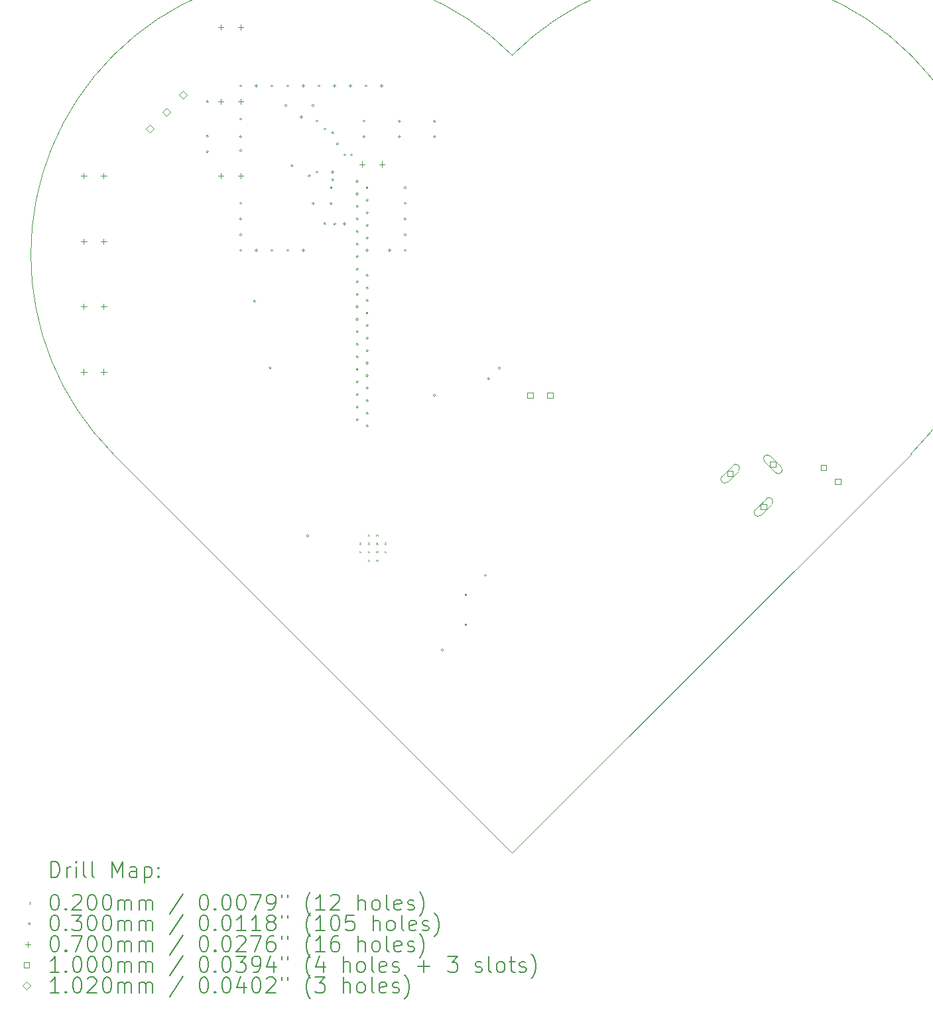
<source format=gbr>
%TF.GenerationSoftware,KiCad,Pcbnew,8.0.2*%
%TF.CreationDate,2024-12-06T21:47:19-05:00*%
%TF.ProjectId,ekg-main,656b672d-6d61-4696-9e2e-6b696361645f,rev?*%
%TF.SameCoordinates,Original*%
%TF.FileFunction,Drillmap*%
%TF.FilePolarity,Positive*%
%FSLAX45Y45*%
G04 Gerber Fmt 4.5, Leading zero omitted, Abs format (unit mm)*
G04 Created by KiCad (PCBNEW 8.0.2) date 2024-12-06 21:47:19*
%MOMM*%
%LPD*%
G01*
G04 APERTURE LIST*
%ADD10C,0.050000*%
%ADD11C,0.200000*%
%ADD12C,0.100000*%
%ADD13C,0.102000*%
G04 APERTURE END LIST*
D10*
X17000000Y-10300000D02*
X22088766Y-15388766D01*
X22091660Y-5208340D02*
G75*
G02*
X27183320Y-10300000I2545830J-2545830D01*
G01*
X17000000Y-10300000D02*
G75*
G02*
X22091660Y-5208340I2545830J2545830D01*
G01*
X27183320Y-10300000D02*
X22088766Y-15388766D01*
D11*
D12*
X20140000Y-11432166D02*
X20160000Y-11452166D01*
X20160000Y-11432166D02*
X20140000Y-11452166D01*
X20140000Y-11540000D02*
X20160000Y-11560000D01*
X20160000Y-11540000D02*
X20140000Y-11560000D01*
X20247834Y-11324332D02*
X20267834Y-11344332D01*
X20267834Y-11324332D02*
X20247834Y-11344332D01*
X20247834Y-11432166D02*
X20267834Y-11452166D01*
X20267834Y-11432166D02*
X20247834Y-11452166D01*
X20247834Y-11540000D02*
X20267834Y-11560000D01*
X20267834Y-11540000D02*
X20247834Y-11560000D01*
X20247834Y-11647834D02*
X20267834Y-11667834D01*
X20267834Y-11647834D02*
X20247834Y-11667834D01*
X20355668Y-11324332D02*
X20375668Y-11344332D01*
X20375668Y-11324332D02*
X20355668Y-11344332D01*
X20355668Y-11432166D02*
X20375668Y-11452166D01*
X20375668Y-11432166D02*
X20355668Y-11452166D01*
X20355668Y-11540000D02*
X20375668Y-11560000D01*
X20375668Y-11540000D02*
X20355668Y-11560000D01*
X20355668Y-11647834D02*
X20375668Y-11667834D01*
X20375668Y-11647834D02*
X20355668Y-11667834D01*
X20463501Y-11432166D02*
X20483501Y-11452166D01*
X20483501Y-11432166D02*
X20463501Y-11452166D01*
X20463501Y-11540000D02*
X20483501Y-11560000D01*
X20483501Y-11540000D02*
X20463501Y-11560000D01*
X18215000Y-5800000D02*
G75*
G02*
X18185000Y-5800000I-15000J0D01*
G01*
X18185000Y-5800000D02*
G75*
G02*
X18215000Y-5800000I15000J0D01*
G01*
X18215000Y-6240000D02*
G75*
G02*
X18185000Y-6240000I-15000J0D01*
G01*
X18185000Y-6240000D02*
G75*
G02*
X18215000Y-6240000I15000J0D01*
G01*
X18215000Y-6440000D02*
G75*
G02*
X18185000Y-6440000I-15000J0D01*
G01*
X18185000Y-6440000D02*
G75*
G02*
X18215000Y-6440000I15000J0D01*
G01*
X18640000Y-5600000D02*
G75*
G02*
X18610000Y-5600000I-15000J0D01*
G01*
X18610000Y-5600000D02*
G75*
G02*
X18640000Y-5600000I15000J0D01*
G01*
X18640000Y-6025000D02*
G75*
G02*
X18610000Y-6025000I-15000J0D01*
G01*
X18610000Y-6025000D02*
G75*
G02*
X18640000Y-6025000I15000J0D01*
G01*
X18640000Y-6250000D02*
G75*
G02*
X18610000Y-6250000I-15000J0D01*
G01*
X18610000Y-6250000D02*
G75*
G02*
X18640000Y-6250000I15000J0D01*
G01*
X18640000Y-6425000D02*
G75*
G02*
X18610000Y-6425000I-15000J0D01*
G01*
X18610000Y-6425000D02*
G75*
G02*
X18640000Y-6425000I15000J0D01*
G01*
X18640000Y-7100000D02*
G75*
G02*
X18610000Y-7100000I-15000J0D01*
G01*
X18610000Y-7100000D02*
G75*
G02*
X18640000Y-7100000I15000J0D01*
G01*
X18640000Y-7300000D02*
G75*
G02*
X18610000Y-7300000I-15000J0D01*
G01*
X18610000Y-7300000D02*
G75*
G02*
X18640000Y-7300000I15000J0D01*
G01*
X18640000Y-7500000D02*
G75*
G02*
X18610000Y-7500000I-15000J0D01*
G01*
X18610000Y-7500000D02*
G75*
G02*
X18640000Y-7500000I15000J0D01*
G01*
X18640000Y-7700000D02*
G75*
G02*
X18610000Y-7700000I-15000J0D01*
G01*
X18610000Y-7700000D02*
G75*
G02*
X18640000Y-7700000I15000J0D01*
G01*
X18815000Y-8350000D02*
G75*
G02*
X18785000Y-8350000I-15000J0D01*
G01*
X18785000Y-8350000D02*
G75*
G02*
X18815000Y-8350000I15000J0D01*
G01*
X18840000Y-5600000D02*
G75*
G02*
X18810000Y-5600000I-15000J0D01*
G01*
X18810000Y-5600000D02*
G75*
G02*
X18840000Y-5600000I15000J0D01*
G01*
X18840000Y-7700000D02*
G75*
G02*
X18810000Y-7700000I-15000J0D01*
G01*
X18810000Y-7700000D02*
G75*
G02*
X18840000Y-7700000I15000J0D01*
G01*
X19015000Y-9200000D02*
G75*
G02*
X18985000Y-9200000I-15000J0D01*
G01*
X18985000Y-9200000D02*
G75*
G02*
X19015000Y-9200000I15000J0D01*
G01*
X19040000Y-5600000D02*
G75*
G02*
X19010000Y-5600000I-15000J0D01*
G01*
X19010000Y-5600000D02*
G75*
G02*
X19040000Y-5600000I15000J0D01*
G01*
X19040000Y-7700000D02*
G75*
G02*
X19010000Y-7700000I-15000J0D01*
G01*
X19010000Y-7700000D02*
G75*
G02*
X19040000Y-7700000I15000J0D01*
G01*
X19215000Y-5850000D02*
G75*
G02*
X19185000Y-5850000I-15000J0D01*
G01*
X19185000Y-5850000D02*
G75*
G02*
X19215000Y-5850000I15000J0D01*
G01*
X19240000Y-5600000D02*
G75*
G02*
X19210000Y-5600000I-15000J0D01*
G01*
X19210000Y-5600000D02*
G75*
G02*
X19240000Y-5600000I15000J0D01*
G01*
X19240000Y-7700000D02*
G75*
G02*
X19210000Y-7700000I-15000J0D01*
G01*
X19210000Y-7700000D02*
G75*
G02*
X19240000Y-7700000I15000J0D01*
G01*
X19295000Y-6620000D02*
G75*
G02*
X19265000Y-6620000I-15000J0D01*
G01*
X19265000Y-6620000D02*
G75*
G02*
X19295000Y-6620000I15000J0D01*
G01*
X19415000Y-6000000D02*
G75*
G02*
X19385000Y-6000000I-15000J0D01*
G01*
X19385000Y-6000000D02*
G75*
G02*
X19415000Y-6000000I15000J0D01*
G01*
X19440000Y-5600000D02*
G75*
G02*
X19410000Y-5600000I-15000J0D01*
G01*
X19410000Y-5600000D02*
G75*
G02*
X19440000Y-5600000I15000J0D01*
G01*
X19440000Y-7700000D02*
G75*
G02*
X19410000Y-7700000I-15000J0D01*
G01*
X19410000Y-7700000D02*
G75*
G02*
X19440000Y-7700000I15000J0D01*
G01*
X19495923Y-11344077D02*
G75*
G02*
X19465923Y-11344077I-15000J0D01*
G01*
X19465923Y-11344077D02*
G75*
G02*
X19495923Y-11344077I15000J0D01*
G01*
X19515000Y-6750000D02*
G75*
G02*
X19485000Y-6750000I-15000J0D01*
G01*
X19485000Y-6750000D02*
G75*
G02*
X19515000Y-6750000I15000J0D01*
G01*
X19565000Y-5850000D02*
G75*
G02*
X19535000Y-5850000I-15000J0D01*
G01*
X19535000Y-5850000D02*
G75*
G02*
X19565000Y-5850000I15000J0D01*
G01*
X19565000Y-7100000D02*
G75*
G02*
X19535000Y-7100000I-15000J0D01*
G01*
X19535000Y-7100000D02*
G75*
G02*
X19565000Y-7100000I15000J0D01*
G01*
X19615000Y-6050000D02*
G75*
G02*
X19585000Y-6050000I-15000J0D01*
G01*
X19585000Y-6050000D02*
G75*
G02*
X19615000Y-6050000I15000J0D01*
G01*
X19615000Y-6700000D02*
G75*
G02*
X19585000Y-6700000I-15000J0D01*
G01*
X19585000Y-6700000D02*
G75*
G02*
X19615000Y-6700000I15000J0D01*
G01*
X19640000Y-5600000D02*
G75*
G02*
X19610000Y-5600000I-15000J0D01*
G01*
X19610000Y-5600000D02*
G75*
G02*
X19640000Y-5600000I15000J0D01*
G01*
X19715000Y-6150000D02*
G75*
G02*
X19685000Y-6150000I-15000J0D01*
G01*
X19685000Y-6150000D02*
G75*
G02*
X19715000Y-6150000I15000J0D01*
G01*
X19715000Y-7360000D02*
G75*
G02*
X19685000Y-7360000I-15000J0D01*
G01*
X19685000Y-7360000D02*
G75*
G02*
X19715000Y-7360000I15000J0D01*
G01*
X19795000Y-6900000D02*
G75*
G02*
X19765000Y-6900000I-15000J0D01*
G01*
X19765000Y-6900000D02*
G75*
G02*
X19795000Y-6900000I15000J0D01*
G01*
X19795000Y-7100000D02*
G75*
G02*
X19765000Y-7100000I-15000J0D01*
G01*
X19765000Y-7100000D02*
G75*
G02*
X19795000Y-7100000I15000J0D01*
G01*
X19815000Y-6200000D02*
G75*
G02*
X19785000Y-6200000I-15000J0D01*
G01*
X19785000Y-6200000D02*
G75*
G02*
X19815000Y-6200000I15000J0D01*
G01*
X19815000Y-6701000D02*
G75*
G02*
X19785000Y-6701000I-15000J0D01*
G01*
X19785000Y-6701000D02*
G75*
G02*
X19815000Y-6701000I15000J0D01*
G01*
X19815000Y-6800000D02*
G75*
G02*
X19785000Y-6800000I-15000J0D01*
G01*
X19785000Y-6800000D02*
G75*
G02*
X19815000Y-6800000I15000J0D01*
G01*
X19840000Y-5600000D02*
G75*
G02*
X19810000Y-5600000I-15000J0D01*
G01*
X19810000Y-5600000D02*
G75*
G02*
X19840000Y-5600000I15000J0D01*
G01*
X19840000Y-7362426D02*
G75*
G02*
X19810000Y-7362426I-15000J0D01*
G01*
X19810000Y-7362426D02*
G75*
G02*
X19840000Y-7362426I15000J0D01*
G01*
X19875000Y-6340000D02*
G75*
G02*
X19845000Y-6340000I-15000J0D01*
G01*
X19845000Y-6340000D02*
G75*
G02*
X19875000Y-6340000I15000J0D01*
G01*
X19965000Y-7360000D02*
G75*
G02*
X19935000Y-7360000I-15000J0D01*
G01*
X19935000Y-7360000D02*
G75*
G02*
X19965000Y-7360000I15000J0D01*
G01*
X19970147Y-6480000D02*
G75*
G02*
X19940147Y-6480000I-15000J0D01*
G01*
X19940147Y-6480000D02*
G75*
G02*
X19970147Y-6480000I15000J0D01*
G01*
X20040000Y-5600000D02*
G75*
G02*
X20010000Y-5600000I-15000J0D01*
G01*
X20010000Y-5600000D02*
G75*
G02*
X20040000Y-5600000I15000J0D01*
G01*
X20055000Y-6480000D02*
G75*
G02*
X20025000Y-6480000I-15000J0D01*
G01*
X20025000Y-6480000D02*
G75*
G02*
X20055000Y-6480000I15000J0D01*
G01*
X20128000Y-6820000D02*
G75*
G02*
X20098000Y-6820000I-15000J0D01*
G01*
X20098000Y-6820000D02*
G75*
G02*
X20128000Y-6820000I15000J0D01*
G01*
X20128000Y-6980000D02*
G75*
G02*
X20098000Y-6980000I-15000J0D01*
G01*
X20098000Y-6980000D02*
G75*
G02*
X20128000Y-6980000I15000J0D01*
G01*
X20128000Y-7140000D02*
G75*
G02*
X20098000Y-7140000I-15000J0D01*
G01*
X20098000Y-7140000D02*
G75*
G02*
X20128000Y-7140000I15000J0D01*
G01*
X20128000Y-7300000D02*
G75*
G02*
X20098000Y-7300000I-15000J0D01*
G01*
X20098000Y-7300000D02*
G75*
G02*
X20128000Y-7300000I15000J0D01*
G01*
X20128000Y-7460000D02*
G75*
G02*
X20098000Y-7460000I-15000J0D01*
G01*
X20098000Y-7460000D02*
G75*
G02*
X20128000Y-7460000I15000J0D01*
G01*
X20128000Y-7620000D02*
G75*
G02*
X20098000Y-7620000I-15000J0D01*
G01*
X20098000Y-7620000D02*
G75*
G02*
X20128000Y-7620000I15000J0D01*
G01*
X20128000Y-7780000D02*
G75*
G02*
X20098000Y-7780000I-15000J0D01*
G01*
X20098000Y-7780000D02*
G75*
G02*
X20128000Y-7780000I15000J0D01*
G01*
X20128000Y-7940000D02*
G75*
G02*
X20098000Y-7940000I-15000J0D01*
G01*
X20098000Y-7940000D02*
G75*
G02*
X20128000Y-7940000I15000J0D01*
G01*
X20128000Y-8100000D02*
G75*
G02*
X20098000Y-8100000I-15000J0D01*
G01*
X20098000Y-8100000D02*
G75*
G02*
X20128000Y-8100000I15000J0D01*
G01*
X20128000Y-8260000D02*
G75*
G02*
X20098000Y-8260000I-15000J0D01*
G01*
X20098000Y-8260000D02*
G75*
G02*
X20128000Y-8260000I15000J0D01*
G01*
X20128000Y-8420000D02*
G75*
G02*
X20098000Y-8420000I-15000J0D01*
G01*
X20098000Y-8420000D02*
G75*
G02*
X20128000Y-8420000I15000J0D01*
G01*
X20128000Y-8580000D02*
G75*
G02*
X20098000Y-8580000I-15000J0D01*
G01*
X20098000Y-8580000D02*
G75*
G02*
X20128000Y-8580000I15000J0D01*
G01*
X20128000Y-8740000D02*
G75*
G02*
X20098000Y-8740000I-15000J0D01*
G01*
X20098000Y-8740000D02*
G75*
G02*
X20128000Y-8740000I15000J0D01*
G01*
X20128000Y-8900000D02*
G75*
G02*
X20098000Y-8900000I-15000J0D01*
G01*
X20098000Y-8900000D02*
G75*
G02*
X20128000Y-8900000I15000J0D01*
G01*
X20128000Y-9060000D02*
G75*
G02*
X20098000Y-9060000I-15000J0D01*
G01*
X20098000Y-9060000D02*
G75*
G02*
X20128000Y-9060000I15000J0D01*
G01*
X20128000Y-9220000D02*
G75*
G02*
X20098000Y-9220000I-15000J0D01*
G01*
X20098000Y-9220000D02*
G75*
G02*
X20128000Y-9220000I15000J0D01*
G01*
X20128000Y-9380000D02*
G75*
G02*
X20098000Y-9380000I-15000J0D01*
G01*
X20098000Y-9380000D02*
G75*
G02*
X20128000Y-9380000I15000J0D01*
G01*
X20128000Y-9540000D02*
G75*
G02*
X20098000Y-9540000I-15000J0D01*
G01*
X20098000Y-9540000D02*
G75*
G02*
X20128000Y-9540000I15000J0D01*
G01*
X20128000Y-9700000D02*
G75*
G02*
X20098000Y-9700000I-15000J0D01*
G01*
X20098000Y-9700000D02*
G75*
G02*
X20128000Y-9700000I15000J0D01*
G01*
X20128000Y-9860000D02*
G75*
G02*
X20098000Y-9860000I-15000J0D01*
G01*
X20098000Y-9860000D02*
G75*
G02*
X20128000Y-9860000I15000J0D01*
G01*
X20215000Y-6050000D02*
G75*
G02*
X20185000Y-6050000I-15000J0D01*
G01*
X20185000Y-6050000D02*
G75*
G02*
X20215000Y-6050000I15000J0D01*
G01*
X20215000Y-6250000D02*
G75*
G02*
X20185000Y-6250000I-15000J0D01*
G01*
X20185000Y-6250000D02*
G75*
G02*
X20215000Y-6250000I15000J0D01*
G01*
X20240000Y-5600000D02*
G75*
G02*
X20210000Y-5600000I-15000J0D01*
G01*
X20210000Y-5600000D02*
G75*
G02*
X20240000Y-5600000I15000J0D01*
G01*
X20255000Y-6900000D02*
G75*
G02*
X20225000Y-6900000I-15000J0D01*
G01*
X20225000Y-6900000D02*
G75*
G02*
X20255000Y-6900000I15000J0D01*
G01*
X20255000Y-7060000D02*
G75*
G02*
X20225000Y-7060000I-15000J0D01*
G01*
X20225000Y-7060000D02*
G75*
G02*
X20255000Y-7060000I15000J0D01*
G01*
X20255000Y-7220000D02*
G75*
G02*
X20225000Y-7220000I-15000J0D01*
G01*
X20225000Y-7220000D02*
G75*
G02*
X20255000Y-7220000I15000J0D01*
G01*
X20255000Y-7380000D02*
G75*
G02*
X20225000Y-7380000I-15000J0D01*
G01*
X20225000Y-7380000D02*
G75*
G02*
X20255000Y-7380000I15000J0D01*
G01*
X20255000Y-7540000D02*
G75*
G02*
X20225000Y-7540000I-15000J0D01*
G01*
X20225000Y-7540000D02*
G75*
G02*
X20255000Y-7540000I15000J0D01*
G01*
X20255000Y-7700000D02*
G75*
G02*
X20225000Y-7700000I-15000J0D01*
G01*
X20225000Y-7700000D02*
G75*
G02*
X20255000Y-7700000I15000J0D01*
G01*
X20255000Y-8020000D02*
G75*
G02*
X20225000Y-8020000I-15000J0D01*
G01*
X20225000Y-8020000D02*
G75*
G02*
X20255000Y-8020000I15000J0D01*
G01*
X20255000Y-8180000D02*
G75*
G02*
X20225000Y-8180000I-15000J0D01*
G01*
X20225000Y-8180000D02*
G75*
G02*
X20255000Y-8180000I15000J0D01*
G01*
X20255000Y-8340000D02*
G75*
G02*
X20225000Y-8340000I-15000J0D01*
G01*
X20225000Y-8340000D02*
G75*
G02*
X20255000Y-8340000I15000J0D01*
G01*
X20255000Y-8500000D02*
G75*
G02*
X20225000Y-8500000I-15000J0D01*
G01*
X20225000Y-8500000D02*
G75*
G02*
X20255000Y-8500000I15000J0D01*
G01*
X20255000Y-8660000D02*
G75*
G02*
X20225000Y-8660000I-15000J0D01*
G01*
X20225000Y-8660000D02*
G75*
G02*
X20255000Y-8660000I15000J0D01*
G01*
X20255000Y-8820000D02*
G75*
G02*
X20225000Y-8820000I-15000J0D01*
G01*
X20225000Y-8820000D02*
G75*
G02*
X20255000Y-8820000I15000J0D01*
G01*
X20255000Y-8980000D02*
G75*
G02*
X20225000Y-8980000I-15000J0D01*
G01*
X20225000Y-8980000D02*
G75*
G02*
X20255000Y-8980000I15000J0D01*
G01*
X20255000Y-9140000D02*
G75*
G02*
X20225000Y-9140000I-15000J0D01*
G01*
X20225000Y-9140000D02*
G75*
G02*
X20255000Y-9140000I15000J0D01*
G01*
X20255000Y-9300000D02*
G75*
G02*
X20225000Y-9300000I-15000J0D01*
G01*
X20225000Y-9300000D02*
G75*
G02*
X20255000Y-9300000I15000J0D01*
G01*
X20255000Y-9460000D02*
G75*
G02*
X20225000Y-9460000I-15000J0D01*
G01*
X20225000Y-9460000D02*
G75*
G02*
X20255000Y-9460000I15000J0D01*
G01*
X20255000Y-9620000D02*
G75*
G02*
X20225000Y-9620000I-15000J0D01*
G01*
X20225000Y-9620000D02*
G75*
G02*
X20255000Y-9620000I15000J0D01*
G01*
X20255000Y-9780000D02*
G75*
G02*
X20225000Y-9780000I-15000J0D01*
G01*
X20225000Y-9780000D02*
G75*
G02*
X20255000Y-9780000I15000J0D01*
G01*
X20255000Y-9940000D02*
G75*
G02*
X20225000Y-9940000I-15000J0D01*
G01*
X20225000Y-9940000D02*
G75*
G02*
X20255000Y-9940000I15000J0D01*
G01*
X20440000Y-5600000D02*
G75*
G02*
X20410000Y-5600000I-15000J0D01*
G01*
X20410000Y-5600000D02*
G75*
G02*
X20440000Y-5600000I15000J0D01*
G01*
X20540000Y-7700000D02*
G75*
G02*
X20510000Y-7700000I-15000J0D01*
G01*
X20510000Y-7700000D02*
G75*
G02*
X20540000Y-7700000I15000J0D01*
G01*
X20665000Y-6050000D02*
G75*
G02*
X20635000Y-6050000I-15000J0D01*
G01*
X20635000Y-6050000D02*
G75*
G02*
X20665000Y-6050000I15000J0D01*
G01*
X20665000Y-6250000D02*
G75*
G02*
X20635000Y-6250000I-15000J0D01*
G01*
X20635000Y-6250000D02*
G75*
G02*
X20665000Y-6250000I15000J0D01*
G01*
X20740000Y-6900000D02*
G75*
G02*
X20710000Y-6900000I-15000J0D01*
G01*
X20710000Y-6900000D02*
G75*
G02*
X20740000Y-6900000I15000J0D01*
G01*
X20740000Y-7100000D02*
G75*
G02*
X20710000Y-7100000I-15000J0D01*
G01*
X20710000Y-7100000D02*
G75*
G02*
X20740000Y-7100000I15000J0D01*
G01*
X20740000Y-7300000D02*
G75*
G02*
X20710000Y-7300000I-15000J0D01*
G01*
X20710000Y-7300000D02*
G75*
G02*
X20740000Y-7300000I15000J0D01*
G01*
X20740000Y-7500000D02*
G75*
G02*
X20710000Y-7500000I-15000J0D01*
G01*
X20710000Y-7500000D02*
G75*
G02*
X20740000Y-7500000I15000J0D01*
G01*
X20740000Y-7700000D02*
G75*
G02*
X20710000Y-7700000I-15000J0D01*
G01*
X20710000Y-7700000D02*
G75*
G02*
X20740000Y-7700000I15000J0D01*
G01*
X21115000Y-6050000D02*
G75*
G02*
X21085000Y-6050000I-15000J0D01*
G01*
X21085000Y-6050000D02*
G75*
G02*
X21115000Y-6050000I15000J0D01*
G01*
X21115000Y-6250000D02*
G75*
G02*
X21085000Y-6250000I-15000J0D01*
G01*
X21085000Y-6250000D02*
G75*
G02*
X21115000Y-6250000I15000J0D01*
G01*
X21115000Y-9550000D02*
G75*
G02*
X21085000Y-9550000I-15000J0D01*
G01*
X21085000Y-9550000D02*
G75*
G02*
X21115000Y-9550000I15000J0D01*
G01*
X21215000Y-12800000D02*
G75*
G02*
X21185000Y-12800000I-15000J0D01*
G01*
X21185000Y-12800000D02*
G75*
G02*
X21215000Y-12800000I15000J0D01*
G01*
X21515000Y-12100000D02*
G75*
G02*
X21485000Y-12100000I-15000J0D01*
G01*
X21485000Y-12100000D02*
G75*
G02*
X21515000Y-12100000I15000J0D01*
G01*
X21515000Y-12480000D02*
G75*
G02*
X21485000Y-12480000I-15000J0D01*
G01*
X21485000Y-12480000D02*
G75*
G02*
X21515000Y-12480000I15000J0D01*
G01*
X21765000Y-11850000D02*
G75*
G02*
X21735000Y-11850000I-15000J0D01*
G01*
X21735000Y-11850000D02*
G75*
G02*
X21765000Y-11850000I15000J0D01*
G01*
X21806250Y-9341250D02*
G75*
G02*
X21776250Y-9341250I-15000J0D01*
G01*
X21776250Y-9341250D02*
G75*
G02*
X21806250Y-9341250I15000J0D01*
G01*
X21943750Y-9203750D02*
G75*
G02*
X21913750Y-9203750I-15000J0D01*
G01*
X21913750Y-9203750D02*
G75*
G02*
X21943750Y-9203750I15000J0D01*
G01*
X16623000Y-6715000D02*
X16623000Y-6785000D01*
X16588000Y-6750000D02*
X16658000Y-6750000D01*
X16623000Y-7548333D02*
X16623000Y-7618333D01*
X16588000Y-7583333D02*
X16658000Y-7583333D01*
X16623000Y-8381667D02*
X16623000Y-8451667D01*
X16588000Y-8416667D02*
X16658000Y-8416667D01*
X16623000Y-9215000D02*
X16623000Y-9285000D01*
X16588000Y-9250000D02*
X16658000Y-9250000D01*
X16877000Y-6715000D02*
X16877000Y-6785000D01*
X16842000Y-6750000D02*
X16912000Y-6750000D01*
X16877000Y-7548333D02*
X16877000Y-7618333D01*
X16842000Y-7583333D02*
X16912000Y-7583333D01*
X16877000Y-8381667D02*
X16877000Y-8451667D01*
X16842000Y-8416667D02*
X16912000Y-8416667D01*
X16877000Y-9215000D02*
X16877000Y-9285000D01*
X16842000Y-9250000D02*
X16912000Y-9250000D01*
X18373000Y-4815000D02*
X18373000Y-4885000D01*
X18338000Y-4850000D02*
X18408000Y-4850000D01*
X18373000Y-5765000D02*
X18373000Y-5835000D01*
X18338000Y-5800000D02*
X18408000Y-5800000D01*
X18373000Y-6715000D02*
X18373000Y-6785000D01*
X18338000Y-6750000D02*
X18408000Y-6750000D01*
X18627000Y-4815000D02*
X18627000Y-4885000D01*
X18592000Y-4850000D02*
X18662000Y-4850000D01*
X18627000Y-5765000D02*
X18627000Y-5835000D01*
X18592000Y-5800000D02*
X18662000Y-5800000D01*
X18627000Y-6715000D02*
X18627000Y-6785000D01*
X18592000Y-6750000D02*
X18662000Y-6750000D01*
X20173000Y-6565000D02*
X20173000Y-6635000D01*
X20138000Y-6600000D02*
X20208000Y-6600000D01*
X20427000Y-6565000D02*
X20427000Y-6635000D01*
X20392000Y-6600000D02*
X20462000Y-6600000D01*
X22357856Y-9585356D02*
X22357856Y-9514644D01*
X22287144Y-9514644D01*
X22287144Y-9585356D01*
X22357856Y-9585356D01*
X22611856Y-9585356D02*
X22611856Y-9514644D01*
X22541144Y-9514644D01*
X22541144Y-9585356D01*
X22611856Y-9585356D01*
X24911092Y-10586092D02*
X24911092Y-10515380D01*
X24840380Y-10515380D01*
X24840380Y-10586092D01*
X24911092Y-10586092D01*
X24840381Y-10656802D02*
X24981802Y-10515381D01*
X24911091Y-10444670D02*
G75*
G02*
X24981802Y-10515381I35355J-35355D01*
G01*
X24911091Y-10444670D02*
X24769670Y-10586091D01*
X24769670Y-10586091D02*
G75*
G03*
X24840380Y-10656802I35355J-35355D01*
G01*
X25335356Y-11010356D02*
X25335356Y-10939644D01*
X25264644Y-10939644D01*
X25264644Y-11010356D01*
X25335356Y-11010356D01*
X25264645Y-11081066D02*
X25406066Y-10939645D01*
X25335355Y-10868934D02*
G75*
G02*
X25406066Y-10939645I35355J-35355D01*
G01*
X25335355Y-10868934D02*
X25193934Y-11010355D01*
X25193934Y-11010355D02*
G75*
G03*
X25264645Y-11081066I35355J-35355D01*
G01*
X25455564Y-10465883D02*
X25455564Y-10395172D01*
X25384852Y-10395172D01*
X25384852Y-10465883D01*
X25455564Y-10465883D01*
X25526274Y-10465883D02*
X25384853Y-10324462D01*
X25314142Y-10395172D02*
G75*
G02*
X25384853Y-10324462I35355J35355D01*
G01*
X25314142Y-10395172D02*
X25455563Y-10536594D01*
X25455563Y-10536594D02*
G75*
G03*
X25526274Y-10465883I35355J35355D01*
G01*
X26105751Y-10505751D02*
X26105751Y-10435039D01*
X26035039Y-10435039D01*
X26035039Y-10505751D01*
X26105751Y-10505751D01*
X26285356Y-10685356D02*
X26285356Y-10614644D01*
X26214644Y-10614644D01*
X26214644Y-10685356D01*
X26285356Y-10685356D01*
D13*
X17468589Y-6193853D02*
X17519589Y-6142853D01*
X17468589Y-6091853D01*
X17417589Y-6142853D01*
X17468589Y-6193853D01*
X17680721Y-5981721D02*
X17731721Y-5930721D01*
X17680721Y-5879721D01*
X17629721Y-5930721D01*
X17680721Y-5981721D01*
X17892854Y-5769589D02*
X17943854Y-5718589D01*
X17892854Y-5667589D01*
X17841854Y-5718589D01*
X17892854Y-5769589D01*
D11*
X16203759Y-15702750D02*
X16203759Y-15502750D01*
X16203759Y-15502750D02*
X16251378Y-15502750D01*
X16251378Y-15502750D02*
X16279950Y-15512274D01*
X16279950Y-15512274D02*
X16298998Y-15531321D01*
X16298998Y-15531321D02*
X16308521Y-15550369D01*
X16308521Y-15550369D02*
X16318045Y-15588464D01*
X16318045Y-15588464D02*
X16318045Y-15617036D01*
X16318045Y-15617036D02*
X16308521Y-15655131D01*
X16308521Y-15655131D02*
X16298998Y-15674178D01*
X16298998Y-15674178D02*
X16279950Y-15693226D01*
X16279950Y-15693226D02*
X16251378Y-15702750D01*
X16251378Y-15702750D02*
X16203759Y-15702750D01*
X16403759Y-15702750D02*
X16403759Y-15569416D01*
X16403759Y-15607512D02*
X16413283Y-15588464D01*
X16413283Y-15588464D02*
X16422807Y-15578940D01*
X16422807Y-15578940D02*
X16441855Y-15569416D01*
X16441855Y-15569416D02*
X16460902Y-15569416D01*
X16527569Y-15702750D02*
X16527569Y-15569416D01*
X16527569Y-15502750D02*
X16518045Y-15512274D01*
X16518045Y-15512274D02*
X16527569Y-15521797D01*
X16527569Y-15521797D02*
X16537093Y-15512274D01*
X16537093Y-15512274D02*
X16527569Y-15502750D01*
X16527569Y-15502750D02*
X16527569Y-15521797D01*
X16651378Y-15702750D02*
X16632331Y-15693226D01*
X16632331Y-15693226D02*
X16622807Y-15674178D01*
X16622807Y-15674178D02*
X16622807Y-15502750D01*
X16756140Y-15702750D02*
X16737093Y-15693226D01*
X16737093Y-15693226D02*
X16727569Y-15674178D01*
X16727569Y-15674178D02*
X16727569Y-15502750D01*
X16984712Y-15702750D02*
X16984712Y-15502750D01*
X16984712Y-15502750D02*
X17051379Y-15645607D01*
X17051379Y-15645607D02*
X17118045Y-15502750D01*
X17118045Y-15502750D02*
X17118045Y-15702750D01*
X17298998Y-15702750D02*
X17298998Y-15597988D01*
X17298998Y-15597988D02*
X17289474Y-15578940D01*
X17289474Y-15578940D02*
X17270426Y-15569416D01*
X17270426Y-15569416D02*
X17232331Y-15569416D01*
X17232331Y-15569416D02*
X17213283Y-15578940D01*
X17298998Y-15693226D02*
X17279950Y-15702750D01*
X17279950Y-15702750D02*
X17232331Y-15702750D01*
X17232331Y-15702750D02*
X17213283Y-15693226D01*
X17213283Y-15693226D02*
X17203760Y-15674178D01*
X17203760Y-15674178D02*
X17203760Y-15655131D01*
X17203760Y-15655131D02*
X17213283Y-15636083D01*
X17213283Y-15636083D02*
X17232331Y-15626559D01*
X17232331Y-15626559D02*
X17279950Y-15626559D01*
X17279950Y-15626559D02*
X17298998Y-15617036D01*
X17394236Y-15569416D02*
X17394236Y-15769416D01*
X17394236Y-15578940D02*
X17413283Y-15569416D01*
X17413283Y-15569416D02*
X17451379Y-15569416D01*
X17451379Y-15569416D02*
X17470426Y-15578940D01*
X17470426Y-15578940D02*
X17479950Y-15588464D01*
X17479950Y-15588464D02*
X17489474Y-15607512D01*
X17489474Y-15607512D02*
X17489474Y-15664655D01*
X17489474Y-15664655D02*
X17479950Y-15683702D01*
X17479950Y-15683702D02*
X17470426Y-15693226D01*
X17470426Y-15693226D02*
X17451379Y-15702750D01*
X17451379Y-15702750D02*
X17413283Y-15702750D01*
X17413283Y-15702750D02*
X17394236Y-15693226D01*
X17575188Y-15683702D02*
X17584712Y-15693226D01*
X17584712Y-15693226D02*
X17575188Y-15702750D01*
X17575188Y-15702750D02*
X17565664Y-15693226D01*
X17565664Y-15693226D02*
X17575188Y-15683702D01*
X17575188Y-15683702D02*
X17575188Y-15702750D01*
X17575188Y-15578940D02*
X17584712Y-15588464D01*
X17584712Y-15588464D02*
X17575188Y-15597988D01*
X17575188Y-15597988D02*
X17565664Y-15588464D01*
X17565664Y-15588464D02*
X17575188Y-15578940D01*
X17575188Y-15578940D02*
X17575188Y-15597988D01*
D12*
X15922983Y-16021266D02*
X15942983Y-16041266D01*
X15942983Y-16021266D02*
X15922983Y-16041266D01*
D11*
X16241855Y-15922750D02*
X16260902Y-15922750D01*
X16260902Y-15922750D02*
X16279950Y-15932274D01*
X16279950Y-15932274D02*
X16289474Y-15941797D01*
X16289474Y-15941797D02*
X16298998Y-15960845D01*
X16298998Y-15960845D02*
X16308521Y-15998940D01*
X16308521Y-15998940D02*
X16308521Y-16046559D01*
X16308521Y-16046559D02*
X16298998Y-16084655D01*
X16298998Y-16084655D02*
X16289474Y-16103702D01*
X16289474Y-16103702D02*
X16279950Y-16113226D01*
X16279950Y-16113226D02*
X16260902Y-16122750D01*
X16260902Y-16122750D02*
X16241855Y-16122750D01*
X16241855Y-16122750D02*
X16222807Y-16113226D01*
X16222807Y-16113226D02*
X16213283Y-16103702D01*
X16213283Y-16103702D02*
X16203759Y-16084655D01*
X16203759Y-16084655D02*
X16194236Y-16046559D01*
X16194236Y-16046559D02*
X16194236Y-15998940D01*
X16194236Y-15998940D02*
X16203759Y-15960845D01*
X16203759Y-15960845D02*
X16213283Y-15941797D01*
X16213283Y-15941797D02*
X16222807Y-15932274D01*
X16222807Y-15932274D02*
X16241855Y-15922750D01*
X16394236Y-16103702D02*
X16403759Y-16113226D01*
X16403759Y-16113226D02*
X16394236Y-16122750D01*
X16394236Y-16122750D02*
X16384712Y-16113226D01*
X16384712Y-16113226D02*
X16394236Y-16103702D01*
X16394236Y-16103702D02*
X16394236Y-16122750D01*
X16479950Y-15941797D02*
X16489474Y-15932274D01*
X16489474Y-15932274D02*
X16508521Y-15922750D01*
X16508521Y-15922750D02*
X16556140Y-15922750D01*
X16556140Y-15922750D02*
X16575188Y-15932274D01*
X16575188Y-15932274D02*
X16584712Y-15941797D01*
X16584712Y-15941797D02*
X16594236Y-15960845D01*
X16594236Y-15960845D02*
X16594236Y-15979893D01*
X16594236Y-15979893D02*
X16584712Y-16008464D01*
X16584712Y-16008464D02*
X16470426Y-16122750D01*
X16470426Y-16122750D02*
X16594236Y-16122750D01*
X16718045Y-15922750D02*
X16737093Y-15922750D01*
X16737093Y-15922750D02*
X16756140Y-15932274D01*
X16756140Y-15932274D02*
X16765664Y-15941797D01*
X16765664Y-15941797D02*
X16775188Y-15960845D01*
X16775188Y-15960845D02*
X16784712Y-15998940D01*
X16784712Y-15998940D02*
X16784712Y-16046559D01*
X16784712Y-16046559D02*
X16775188Y-16084655D01*
X16775188Y-16084655D02*
X16765664Y-16103702D01*
X16765664Y-16103702D02*
X16756140Y-16113226D01*
X16756140Y-16113226D02*
X16737093Y-16122750D01*
X16737093Y-16122750D02*
X16718045Y-16122750D01*
X16718045Y-16122750D02*
X16698998Y-16113226D01*
X16698998Y-16113226D02*
X16689474Y-16103702D01*
X16689474Y-16103702D02*
X16679950Y-16084655D01*
X16679950Y-16084655D02*
X16670426Y-16046559D01*
X16670426Y-16046559D02*
X16670426Y-15998940D01*
X16670426Y-15998940D02*
X16679950Y-15960845D01*
X16679950Y-15960845D02*
X16689474Y-15941797D01*
X16689474Y-15941797D02*
X16698998Y-15932274D01*
X16698998Y-15932274D02*
X16718045Y-15922750D01*
X16908521Y-15922750D02*
X16927569Y-15922750D01*
X16927569Y-15922750D02*
X16946617Y-15932274D01*
X16946617Y-15932274D02*
X16956141Y-15941797D01*
X16956141Y-15941797D02*
X16965664Y-15960845D01*
X16965664Y-15960845D02*
X16975188Y-15998940D01*
X16975188Y-15998940D02*
X16975188Y-16046559D01*
X16975188Y-16046559D02*
X16965664Y-16084655D01*
X16965664Y-16084655D02*
X16956141Y-16103702D01*
X16956141Y-16103702D02*
X16946617Y-16113226D01*
X16946617Y-16113226D02*
X16927569Y-16122750D01*
X16927569Y-16122750D02*
X16908521Y-16122750D01*
X16908521Y-16122750D02*
X16889474Y-16113226D01*
X16889474Y-16113226D02*
X16879950Y-16103702D01*
X16879950Y-16103702D02*
X16870426Y-16084655D01*
X16870426Y-16084655D02*
X16860902Y-16046559D01*
X16860902Y-16046559D02*
X16860902Y-15998940D01*
X16860902Y-15998940D02*
X16870426Y-15960845D01*
X16870426Y-15960845D02*
X16879950Y-15941797D01*
X16879950Y-15941797D02*
X16889474Y-15932274D01*
X16889474Y-15932274D02*
X16908521Y-15922750D01*
X17060902Y-16122750D02*
X17060902Y-15989416D01*
X17060902Y-16008464D02*
X17070426Y-15998940D01*
X17070426Y-15998940D02*
X17089474Y-15989416D01*
X17089474Y-15989416D02*
X17118045Y-15989416D01*
X17118045Y-15989416D02*
X17137093Y-15998940D01*
X17137093Y-15998940D02*
X17146617Y-16017988D01*
X17146617Y-16017988D02*
X17146617Y-16122750D01*
X17146617Y-16017988D02*
X17156141Y-15998940D01*
X17156141Y-15998940D02*
X17175188Y-15989416D01*
X17175188Y-15989416D02*
X17203760Y-15989416D01*
X17203760Y-15989416D02*
X17222807Y-15998940D01*
X17222807Y-15998940D02*
X17232331Y-16017988D01*
X17232331Y-16017988D02*
X17232331Y-16122750D01*
X17327569Y-16122750D02*
X17327569Y-15989416D01*
X17327569Y-16008464D02*
X17337093Y-15998940D01*
X17337093Y-15998940D02*
X17356141Y-15989416D01*
X17356141Y-15989416D02*
X17384712Y-15989416D01*
X17384712Y-15989416D02*
X17403760Y-15998940D01*
X17403760Y-15998940D02*
X17413283Y-16017988D01*
X17413283Y-16017988D02*
X17413283Y-16122750D01*
X17413283Y-16017988D02*
X17422807Y-15998940D01*
X17422807Y-15998940D02*
X17441855Y-15989416D01*
X17441855Y-15989416D02*
X17470426Y-15989416D01*
X17470426Y-15989416D02*
X17489474Y-15998940D01*
X17489474Y-15998940D02*
X17498998Y-16017988D01*
X17498998Y-16017988D02*
X17498998Y-16122750D01*
X17889474Y-15913226D02*
X17718045Y-16170369D01*
X18146617Y-15922750D02*
X18165665Y-15922750D01*
X18165665Y-15922750D02*
X18184712Y-15932274D01*
X18184712Y-15932274D02*
X18194236Y-15941797D01*
X18194236Y-15941797D02*
X18203760Y-15960845D01*
X18203760Y-15960845D02*
X18213284Y-15998940D01*
X18213284Y-15998940D02*
X18213284Y-16046559D01*
X18213284Y-16046559D02*
X18203760Y-16084655D01*
X18203760Y-16084655D02*
X18194236Y-16103702D01*
X18194236Y-16103702D02*
X18184712Y-16113226D01*
X18184712Y-16113226D02*
X18165665Y-16122750D01*
X18165665Y-16122750D02*
X18146617Y-16122750D01*
X18146617Y-16122750D02*
X18127569Y-16113226D01*
X18127569Y-16113226D02*
X18118045Y-16103702D01*
X18118045Y-16103702D02*
X18108522Y-16084655D01*
X18108522Y-16084655D02*
X18098998Y-16046559D01*
X18098998Y-16046559D02*
X18098998Y-15998940D01*
X18098998Y-15998940D02*
X18108522Y-15960845D01*
X18108522Y-15960845D02*
X18118045Y-15941797D01*
X18118045Y-15941797D02*
X18127569Y-15932274D01*
X18127569Y-15932274D02*
X18146617Y-15922750D01*
X18298998Y-16103702D02*
X18308522Y-16113226D01*
X18308522Y-16113226D02*
X18298998Y-16122750D01*
X18298998Y-16122750D02*
X18289474Y-16113226D01*
X18289474Y-16113226D02*
X18298998Y-16103702D01*
X18298998Y-16103702D02*
X18298998Y-16122750D01*
X18432331Y-15922750D02*
X18451379Y-15922750D01*
X18451379Y-15922750D02*
X18470426Y-15932274D01*
X18470426Y-15932274D02*
X18479950Y-15941797D01*
X18479950Y-15941797D02*
X18489474Y-15960845D01*
X18489474Y-15960845D02*
X18498998Y-15998940D01*
X18498998Y-15998940D02*
X18498998Y-16046559D01*
X18498998Y-16046559D02*
X18489474Y-16084655D01*
X18489474Y-16084655D02*
X18479950Y-16103702D01*
X18479950Y-16103702D02*
X18470426Y-16113226D01*
X18470426Y-16113226D02*
X18451379Y-16122750D01*
X18451379Y-16122750D02*
X18432331Y-16122750D01*
X18432331Y-16122750D02*
X18413284Y-16113226D01*
X18413284Y-16113226D02*
X18403760Y-16103702D01*
X18403760Y-16103702D02*
X18394236Y-16084655D01*
X18394236Y-16084655D02*
X18384712Y-16046559D01*
X18384712Y-16046559D02*
X18384712Y-15998940D01*
X18384712Y-15998940D02*
X18394236Y-15960845D01*
X18394236Y-15960845D02*
X18403760Y-15941797D01*
X18403760Y-15941797D02*
X18413284Y-15932274D01*
X18413284Y-15932274D02*
X18432331Y-15922750D01*
X18622807Y-15922750D02*
X18641855Y-15922750D01*
X18641855Y-15922750D02*
X18660903Y-15932274D01*
X18660903Y-15932274D02*
X18670426Y-15941797D01*
X18670426Y-15941797D02*
X18679950Y-15960845D01*
X18679950Y-15960845D02*
X18689474Y-15998940D01*
X18689474Y-15998940D02*
X18689474Y-16046559D01*
X18689474Y-16046559D02*
X18679950Y-16084655D01*
X18679950Y-16084655D02*
X18670426Y-16103702D01*
X18670426Y-16103702D02*
X18660903Y-16113226D01*
X18660903Y-16113226D02*
X18641855Y-16122750D01*
X18641855Y-16122750D02*
X18622807Y-16122750D01*
X18622807Y-16122750D02*
X18603760Y-16113226D01*
X18603760Y-16113226D02*
X18594236Y-16103702D01*
X18594236Y-16103702D02*
X18584712Y-16084655D01*
X18584712Y-16084655D02*
X18575188Y-16046559D01*
X18575188Y-16046559D02*
X18575188Y-15998940D01*
X18575188Y-15998940D02*
X18584712Y-15960845D01*
X18584712Y-15960845D02*
X18594236Y-15941797D01*
X18594236Y-15941797D02*
X18603760Y-15932274D01*
X18603760Y-15932274D02*
X18622807Y-15922750D01*
X18756141Y-15922750D02*
X18889474Y-15922750D01*
X18889474Y-15922750D02*
X18803760Y-16122750D01*
X18975188Y-16122750D02*
X19013284Y-16122750D01*
X19013284Y-16122750D02*
X19032331Y-16113226D01*
X19032331Y-16113226D02*
X19041855Y-16103702D01*
X19041855Y-16103702D02*
X19060903Y-16075131D01*
X19060903Y-16075131D02*
X19070426Y-16037036D01*
X19070426Y-16037036D02*
X19070426Y-15960845D01*
X19070426Y-15960845D02*
X19060903Y-15941797D01*
X19060903Y-15941797D02*
X19051379Y-15932274D01*
X19051379Y-15932274D02*
X19032331Y-15922750D01*
X19032331Y-15922750D02*
X18994236Y-15922750D01*
X18994236Y-15922750D02*
X18975188Y-15932274D01*
X18975188Y-15932274D02*
X18965665Y-15941797D01*
X18965665Y-15941797D02*
X18956141Y-15960845D01*
X18956141Y-15960845D02*
X18956141Y-16008464D01*
X18956141Y-16008464D02*
X18965665Y-16027512D01*
X18965665Y-16027512D02*
X18975188Y-16037036D01*
X18975188Y-16037036D02*
X18994236Y-16046559D01*
X18994236Y-16046559D02*
X19032331Y-16046559D01*
X19032331Y-16046559D02*
X19051379Y-16037036D01*
X19051379Y-16037036D02*
X19060903Y-16027512D01*
X19060903Y-16027512D02*
X19070426Y-16008464D01*
X19146617Y-15922750D02*
X19146617Y-15960845D01*
X19222807Y-15922750D02*
X19222807Y-15960845D01*
X19518046Y-16198940D02*
X19508522Y-16189416D01*
X19508522Y-16189416D02*
X19489474Y-16160845D01*
X19489474Y-16160845D02*
X19479950Y-16141797D01*
X19479950Y-16141797D02*
X19470427Y-16113226D01*
X19470427Y-16113226D02*
X19460903Y-16065607D01*
X19460903Y-16065607D02*
X19460903Y-16027512D01*
X19460903Y-16027512D02*
X19470427Y-15979893D01*
X19470427Y-15979893D02*
X19479950Y-15951321D01*
X19479950Y-15951321D02*
X19489474Y-15932274D01*
X19489474Y-15932274D02*
X19508522Y-15903702D01*
X19508522Y-15903702D02*
X19518046Y-15894178D01*
X19698998Y-16122750D02*
X19584712Y-16122750D01*
X19641855Y-16122750D02*
X19641855Y-15922750D01*
X19641855Y-15922750D02*
X19622807Y-15951321D01*
X19622807Y-15951321D02*
X19603760Y-15970369D01*
X19603760Y-15970369D02*
X19584712Y-15979893D01*
X19775188Y-15941797D02*
X19784712Y-15932274D01*
X19784712Y-15932274D02*
X19803760Y-15922750D01*
X19803760Y-15922750D02*
X19851379Y-15922750D01*
X19851379Y-15922750D02*
X19870427Y-15932274D01*
X19870427Y-15932274D02*
X19879950Y-15941797D01*
X19879950Y-15941797D02*
X19889474Y-15960845D01*
X19889474Y-15960845D02*
X19889474Y-15979893D01*
X19889474Y-15979893D02*
X19879950Y-16008464D01*
X19879950Y-16008464D02*
X19765665Y-16122750D01*
X19765665Y-16122750D02*
X19889474Y-16122750D01*
X20127569Y-16122750D02*
X20127569Y-15922750D01*
X20213284Y-16122750D02*
X20213284Y-16017988D01*
X20213284Y-16017988D02*
X20203760Y-15998940D01*
X20203760Y-15998940D02*
X20184712Y-15989416D01*
X20184712Y-15989416D02*
X20156141Y-15989416D01*
X20156141Y-15989416D02*
X20137093Y-15998940D01*
X20137093Y-15998940D02*
X20127569Y-16008464D01*
X20337093Y-16122750D02*
X20318046Y-16113226D01*
X20318046Y-16113226D02*
X20308522Y-16103702D01*
X20308522Y-16103702D02*
X20298998Y-16084655D01*
X20298998Y-16084655D02*
X20298998Y-16027512D01*
X20298998Y-16027512D02*
X20308522Y-16008464D01*
X20308522Y-16008464D02*
X20318046Y-15998940D01*
X20318046Y-15998940D02*
X20337093Y-15989416D01*
X20337093Y-15989416D02*
X20365665Y-15989416D01*
X20365665Y-15989416D02*
X20384712Y-15998940D01*
X20384712Y-15998940D02*
X20394236Y-16008464D01*
X20394236Y-16008464D02*
X20403760Y-16027512D01*
X20403760Y-16027512D02*
X20403760Y-16084655D01*
X20403760Y-16084655D02*
X20394236Y-16103702D01*
X20394236Y-16103702D02*
X20384712Y-16113226D01*
X20384712Y-16113226D02*
X20365665Y-16122750D01*
X20365665Y-16122750D02*
X20337093Y-16122750D01*
X20518046Y-16122750D02*
X20498998Y-16113226D01*
X20498998Y-16113226D02*
X20489474Y-16094178D01*
X20489474Y-16094178D02*
X20489474Y-15922750D01*
X20670427Y-16113226D02*
X20651379Y-16122750D01*
X20651379Y-16122750D02*
X20613284Y-16122750D01*
X20613284Y-16122750D02*
X20594236Y-16113226D01*
X20594236Y-16113226D02*
X20584712Y-16094178D01*
X20584712Y-16094178D02*
X20584712Y-16017988D01*
X20584712Y-16017988D02*
X20594236Y-15998940D01*
X20594236Y-15998940D02*
X20613284Y-15989416D01*
X20613284Y-15989416D02*
X20651379Y-15989416D01*
X20651379Y-15989416D02*
X20670427Y-15998940D01*
X20670427Y-15998940D02*
X20679950Y-16017988D01*
X20679950Y-16017988D02*
X20679950Y-16037036D01*
X20679950Y-16037036D02*
X20584712Y-16056083D01*
X20756141Y-16113226D02*
X20775189Y-16122750D01*
X20775189Y-16122750D02*
X20813284Y-16122750D01*
X20813284Y-16122750D02*
X20832331Y-16113226D01*
X20832331Y-16113226D02*
X20841855Y-16094178D01*
X20841855Y-16094178D02*
X20841855Y-16084655D01*
X20841855Y-16084655D02*
X20832331Y-16065607D01*
X20832331Y-16065607D02*
X20813284Y-16056083D01*
X20813284Y-16056083D02*
X20784712Y-16056083D01*
X20784712Y-16056083D02*
X20765665Y-16046559D01*
X20765665Y-16046559D02*
X20756141Y-16027512D01*
X20756141Y-16027512D02*
X20756141Y-16017988D01*
X20756141Y-16017988D02*
X20765665Y-15998940D01*
X20765665Y-15998940D02*
X20784712Y-15989416D01*
X20784712Y-15989416D02*
X20813284Y-15989416D01*
X20813284Y-15989416D02*
X20832331Y-15998940D01*
X20908522Y-16198940D02*
X20918046Y-16189416D01*
X20918046Y-16189416D02*
X20937093Y-16160845D01*
X20937093Y-16160845D02*
X20946617Y-16141797D01*
X20946617Y-16141797D02*
X20956141Y-16113226D01*
X20956141Y-16113226D02*
X20965665Y-16065607D01*
X20965665Y-16065607D02*
X20965665Y-16027512D01*
X20965665Y-16027512D02*
X20956141Y-15979893D01*
X20956141Y-15979893D02*
X20946617Y-15951321D01*
X20946617Y-15951321D02*
X20937093Y-15932274D01*
X20937093Y-15932274D02*
X20918046Y-15903702D01*
X20918046Y-15903702D02*
X20908522Y-15894178D01*
D12*
X15942983Y-16295266D02*
G75*
G02*
X15912983Y-16295266I-15000J0D01*
G01*
X15912983Y-16295266D02*
G75*
G02*
X15942983Y-16295266I15000J0D01*
G01*
D11*
X16241855Y-16186750D02*
X16260902Y-16186750D01*
X16260902Y-16186750D02*
X16279950Y-16196274D01*
X16279950Y-16196274D02*
X16289474Y-16205797D01*
X16289474Y-16205797D02*
X16298998Y-16224845D01*
X16298998Y-16224845D02*
X16308521Y-16262940D01*
X16308521Y-16262940D02*
X16308521Y-16310559D01*
X16308521Y-16310559D02*
X16298998Y-16348655D01*
X16298998Y-16348655D02*
X16289474Y-16367702D01*
X16289474Y-16367702D02*
X16279950Y-16377226D01*
X16279950Y-16377226D02*
X16260902Y-16386750D01*
X16260902Y-16386750D02*
X16241855Y-16386750D01*
X16241855Y-16386750D02*
X16222807Y-16377226D01*
X16222807Y-16377226D02*
X16213283Y-16367702D01*
X16213283Y-16367702D02*
X16203759Y-16348655D01*
X16203759Y-16348655D02*
X16194236Y-16310559D01*
X16194236Y-16310559D02*
X16194236Y-16262940D01*
X16194236Y-16262940D02*
X16203759Y-16224845D01*
X16203759Y-16224845D02*
X16213283Y-16205797D01*
X16213283Y-16205797D02*
X16222807Y-16196274D01*
X16222807Y-16196274D02*
X16241855Y-16186750D01*
X16394236Y-16367702D02*
X16403759Y-16377226D01*
X16403759Y-16377226D02*
X16394236Y-16386750D01*
X16394236Y-16386750D02*
X16384712Y-16377226D01*
X16384712Y-16377226D02*
X16394236Y-16367702D01*
X16394236Y-16367702D02*
X16394236Y-16386750D01*
X16470426Y-16186750D02*
X16594236Y-16186750D01*
X16594236Y-16186750D02*
X16527569Y-16262940D01*
X16527569Y-16262940D02*
X16556140Y-16262940D01*
X16556140Y-16262940D02*
X16575188Y-16272464D01*
X16575188Y-16272464D02*
X16584712Y-16281988D01*
X16584712Y-16281988D02*
X16594236Y-16301036D01*
X16594236Y-16301036D02*
X16594236Y-16348655D01*
X16594236Y-16348655D02*
X16584712Y-16367702D01*
X16584712Y-16367702D02*
X16575188Y-16377226D01*
X16575188Y-16377226D02*
X16556140Y-16386750D01*
X16556140Y-16386750D02*
X16498998Y-16386750D01*
X16498998Y-16386750D02*
X16479950Y-16377226D01*
X16479950Y-16377226D02*
X16470426Y-16367702D01*
X16718045Y-16186750D02*
X16737093Y-16186750D01*
X16737093Y-16186750D02*
X16756140Y-16196274D01*
X16756140Y-16196274D02*
X16765664Y-16205797D01*
X16765664Y-16205797D02*
X16775188Y-16224845D01*
X16775188Y-16224845D02*
X16784712Y-16262940D01*
X16784712Y-16262940D02*
X16784712Y-16310559D01*
X16784712Y-16310559D02*
X16775188Y-16348655D01*
X16775188Y-16348655D02*
X16765664Y-16367702D01*
X16765664Y-16367702D02*
X16756140Y-16377226D01*
X16756140Y-16377226D02*
X16737093Y-16386750D01*
X16737093Y-16386750D02*
X16718045Y-16386750D01*
X16718045Y-16386750D02*
X16698998Y-16377226D01*
X16698998Y-16377226D02*
X16689474Y-16367702D01*
X16689474Y-16367702D02*
X16679950Y-16348655D01*
X16679950Y-16348655D02*
X16670426Y-16310559D01*
X16670426Y-16310559D02*
X16670426Y-16262940D01*
X16670426Y-16262940D02*
X16679950Y-16224845D01*
X16679950Y-16224845D02*
X16689474Y-16205797D01*
X16689474Y-16205797D02*
X16698998Y-16196274D01*
X16698998Y-16196274D02*
X16718045Y-16186750D01*
X16908521Y-16186750D02*
X16927569Y-16186750D01*
X16927569Y-16186750D02*
X16946617Y-16196274D01*
X16946617Y-16196274D02*
X16956141Y-16205797D01*
X16956141Y-16205797D02*
X16965664Y-16224845D01*
X16965664Y-16224845D02*
X16975188Y-16262940D01*
X16975188Y-16262940D02*
X16975188Y-16310559D01*
X16975188Y-16310559D02*
X16965664Y-16348655D01*
X16965664Y-16348655D02*
X16956141Y-16367702D01*
X16956141Y-16367702D02*
X16946617Y-16377226D01*
X16946617Y-16377226D02*
X16927569Y-16386750D01*
X16927569Y-16386750D02*
X16908521Y-16386750D01*
X16908521Y-16386750D02*
X16889474Y-16377226D01*
X16889474Y-16377226D02*
X16879950Y-16367702D01*
X16879950Y-16367702D02*
X16870426Y-16348655D01*
X16870426Y-16348655D02*
X16860902Y-16310559D01*
X16860902Y-16310559D02*
X16860902Y-16262940D01*
X16860902Y-16262940D02*
X16870426Y-16224845D01*
X16870426Y-16224845D02*
X16879950Y-16205797D01*
X16879950Y-16205797D02*
X16889474Y-16196274D01*
X16889474Y-16196274D02*
X16908521Y-16186750D01*
X17060902Y-16386750D02*
X17060902Y-16253416D01*
X17060902Y-16272464D02*
X17070426Y-16262940D01*
X17070426Y-16262940D02*
X17089474Y-16253416D01*
X17089474Y-16253416D02*
X17118045Y-16253416D01*
X17118045Y-16253416D02*
X17137093Y-16262940D01*
X17137093Y-16262940D02*
X17146617Y-16281988D01*
X17146617Y-16281988D02*
X17146617Y-16386750D01*
X17146617Y-16281988D02*
X17156141Y-16262940D01*
X17156141Y-16262940D02*
X17175188Y-16253416D01*
X17175188Y-16253416D02*
X17203760Y-16253416D01*
X17203760Y-16253416D02*
X17222807Y-16262940D01*
X17222807Y-16262940D02*
X17232331Y-16281988D01*
X17232331Y-16281988D02*
X17232331Y-16386750D01*
X17327569Y-16386750D02*
X17327569Y-16253416D01*
X17327569Y-16272464D02*
X17337093Y-16262940D01*
X17337093Y-16262940D02*
X17356141Y-16253416D01*
X17356141Y-16253416D02*
X17384712Y-16253416D01*
X17384712Y-16253416D02*
X17403760Y-16262940D01*
X17403760Y-16262940D02*
X17413283Y-16281988D01*
X17413283Y-16281988D02*
X17413283Y-16386750D01*
X17413283Y-16281988D02*
X17422807Y-16262940D01*
X17422807Y-16262940D02*
X17441855Y-16253416D01*
X17441855Y-16253416D02*
X17470426Y-16253416D01*
X17470426Y-16253416D02*
X17489474Y-16262940D01*
X17489474Y-16262940D02*
X17498998Y-16281988D01*
X17498998Y-16281988D02*
X17498998Y-16386750D01*
X17889474Y-16177226D02*
X17718045Y-16434369D01*
X18146617Y-16186750D02*
X18165665Y-16186750D01*
X18165665Y-16186750D02*
X18184712Y-16196274D01*
X18184712Y-16196274D02*
X18194236Y-16205797D01*
X18194236Y-16205797D02*
X18203760Y-16224845D01*
X18203760Y-16224845D02*
X18213284Y-16262940D01*
X18213284Y-16262940D02*
X18213284Y-16310559D01*
X18213284Y-16310559D02*
X18203760Y-16348655D01*
X18203760Y-16348655D02*
X18194236Y-16367702D01*
X18194236Y-16367702D02*
X18184712Y-16377226D01*
X18184712Y-16377226D02*
X18165665Y-16386750D01*
X18165665Y-16386750D02*
X18146617Y-16386750D01*
X18146617Y-16386750D02*
X18127569Y-16377226D01*
X18127569Y-16377226D02*
X18118045Y-16367702D01*
X18118045Y-16367702D02*
X18108522Y-16348655D01*
X18108522Y-16348655D02*
X18098998Y-16310559D01*
X18098998Y-16310559D02*
X18098998Y-16262940D01*
X18098998Y-16262940D02*
X18108522Y-16224845D01*
X18108522Y-16224845D02*
X18118045Y-16205797D01*
X18118045Y-16205797D02*
X18127569Y-16196274D01*
X18127569Y-16196274D02*
X18146617Y-16186750D01*
X18298998Y-16367702D02*
X18308522Y-16377226D01*
X18308522Y-16377226D02*
X18298998Y-16386750D01*
X18298998Y-16386750D02*
X18289474Y-16377226D01*
X18289474Y-16377226D02*
X18298998Y-16367702D01*
X18298998Y-16367702D02*
X18298998Y-16386750D01*
X18432331Y-16186750D02*
X18451379Y-16186750D01*
X18451379Y-16186750D02*
X18470426Y-16196274D01*
X18470426Y-16196274D02*
X18479950Y-16205797D01*
X18479950Y-16205797D02*
X18489474Y-16224845D01*
X18489474Y-16224845D02*
X18498998Y-16262940D01*
X18498998Y-16262940D02*
X18498998Y-16310559D01*
X18498998Y-16310559D02*
X18489474Y-16348655D01*
X18489474Y-16348655D02*
X18479950Y-16367702D01*
X18479950Y-16367702D02*
X18470426Y-16377226D01*
X18470426Y-16377226D02*
X18451379Y-16386750D01*
X18451379Y-16386750D02*
X18432331Y-16386750D01*
X18432331Y-16386750D02*
X18413284Y-16377226D01*
X18413284Y-16377226D02*
X18403760Y-16367702D01*
X18403760Y-16367702D02*
X18394236Y-16348655D01*
X18394236Y-16348655D02*
X18384712Y-16310559D01*
X18384712Y-16310559D02*
X18384712Y-16262940D01*
X18384712Y-16262940D02*
X18394236Y-16224845D01*
X18394236Y-16224845D02*
X18403760Y-16205797D01*
X18403760Y-16205797D02*
X18413284Y-16196274D01*
X18413284Y-16196274D02*
X18432331Y-16186750D01*
X18689474Y-16386750D02*
X18575188Y-16386750D01*
X18632331Y-16386750D02*
X18632331Y-16186750D01*
X18632331Y-16186750D02*
X18613284Y-16215321D01*
X18613284Y-16215321D02*
X18594236Y-16234369D01*
X18594236Y-16234369D02*
X18575188Y-16243893D01*
X18879950Y-16386750D02*
X18765665Y-16386750D01*
X18822807Y-16386750D02*
X18822807Y-16186750D01*
X18822807Y-16186750D02*
X18803760Y-16215321D01*
X18803760Y-16215321D02*
X18784712Y-16234369D01*
X18784712Y-16234369D02*
X18765665Y-16243893D01*
X18994236Y-16272464D02*
X18975188Y-16262940D01*
X18975188Y-16262940D02*
X18965665Y-16253416D01*
X18965665Y-16253416D02*
X18956141Y-16234369D01*
X18956141Y-16234369D02*
X18956141Y-16224845D01*
X18956141Y-16224845D02*
X18965665Y-16205797D01*
X18965665Y-16205797D02*
X18975188Y-16196274D01*
X18975188Y-16196274D02*
X18994236Y-16186750D01*
X18994236Y-16186750D02*
X19032331Y-16186750D01*
X19032331Y-16186750D02*
X19051379Y-16196274D01*
X19051379Y-16196274D02*
X19060903Y-16205797D01*
X19060903Y-16205797D02*
X19070426Y-16224845D01*
X19070426Y-16224845D02*
X19070426Y-16234369D01*
X19070426Y-16234369D02*
X19060903Y-16253416D01*
X19060903Y-16253416D02*
X19051379Y-16262940D01*
X19051379Y-16262940D02*
X19032331Y-16272464D01*
X19032331Y-16272464D02*
X18994236Y-16272464D01*
X18994236Y-16272464D02*
X18975188Y-16281988D01*
X18975188Y-16281988D02*
X18965665Y-16291512D01*
X18965665Y-16291512D02*
X18956141Y-16310559D01*
X18956141Y-16310559D02*
X18956141Y-16348655D01*
X18956141Y-16348655D02*
X18965665Y-16367702D01*
X18965665Y-16367702D02*
X18975188Y-16377226D01*
X18975188Y-16377226D02*
X18994236Y-16386750D01*
X18994236Y-16386750D02*
X19032331Y-16386750D01*
X19032331Y-16386750D02*
X19051379Y-16377226D01*
X19051379Y-16377226D02*
X19060903Y-16367702D01*
X19060903Y-16367702D02*
X19070426Y-16348655D01*
X19070426Y-16348655D02*
X19070426Y-16310559D01*
X19070426Y-16310559D02*
X19060903Y-16291512D01*
X19060903Y-16291512D02*
X19051379Y-16281988D01*
X19051379Y-16281988D02*
X19032331Y-16272464D01*
X19146617Y-16186750D02*
X19146617Y-16224845D01*
X19222807Y-16186750D02*
X19222807Y-16224845D01*
X19518046Y-16462940D02*
X19508522Y-16453416D01*
X19508522Y-16453416D02*
X19489474Y-16424845D01*
X19489474Y-16424845D02*
X19479950Y-16405797D01*
X19479950Y-16405797D02*
X19470427Y-16377226D01*
X19470427Y-16377226D02*
X19460903Y-16329607D01*
X19460903Y-16329607D02*
X19460903Y-16291512D01*
X19460903Y-16291512D02*
X19470427Y-16243893D01*
X19470427Y-16243893D02*
X19479950Y-16215321D01*
X19479950Y-16215321D02*
X19489474Y-16196274D01*
X19489474Y-16196274D02*
X19508522Y-16167702D01*
X19508522Y-16167702D02*
X19518046Y-16158178D01*
X19698998Y-16386750D02*
X19584712Y-16386750D01*
X19641855Y-16386750D02*
X19641855Y-16186750D01*
X19641855Y-16186750D02*
X19622807Y-16215321D01*
X19622807Y-16215321D02*
X19603760Y-16234369D01*
X19603760Y-16234369D02*
X19584712Y-16243893D01*
X19822807Y-16186750D02*
X19841855Y-16186750D01*
X19841855Y-16186750D02*
X19860903Y-16196274D01*
X19860903Y-16196274D02*
X19870427Y-16205797D01*
X19870427Y-16205797D02*
X19879950Y-16224845D01*
X19879950Y-16224845D02*
X19889474Y-16262940D01*
X19889474Y-16262940D02*
X19889474Y-16310559D01*
X19889474Y-16310559D02*
X19879950Y-16348655D01*
X19879950Y-16348655D02*
X19870427Y-16367702D01*
X19870427Y-16367702D02*
X19860903Y-16377226D01*
X19860903Y-16377226D02*
X19841855Y-16386750D01*
X19841855Y-16386750D02*
X19822807Y-16386750D01*
X19822807Y-16386750D02*
X19803760Y-16377226D01*
X19803760Y-16377226D02*
X19794236Y-16367702D01*
X19794236Y-16367702D02*
X19784712Y-16348655D01*
X19784712Y-16348655D02*
X19775188Y-16310559D01*
X19775188Y-16310559D02*
X19775188Y-16262940D01*
X19775188Y-16262940D02*
X19784712Y-16224845D01*
X19784712Y-16224845D02*
X19794236Y-16205797D01*
X19794236Y-16205797D02*
X19803760Y-16196274D01*
X19803760Y-16196274D02*
X19822807Y-16186750D01*
X20070427Y-16186750D02*
X19975188Y-16186750D01*
X19975188Y-16186750D02*
X19965665Y-16281988D01*
X19965665Y-16281988D02*
X19975188Y-16272464D01*
X19975188Y-16272464D02*
X19994236Y-16262940D01*
X19994236Y-16262940D02*
X20041855Y-16262940D01*
X20041855Y-16262940D02*
X20060903Y-16272464D01*
X20060903Y-16272464D02*
X20070427Y-16281988D01*
X20070427Y-16281988D02*
X20079950Y-16301036D01*
X20079950Y-16301036D02*
X20079950Y-16348655D01*
X20079950Y-16348655D02*
X20070427Y-16367702D01*
X20070427Y-16367702D02*
X20060903Y-16377226D01*
X20060903Y-16377226D02*
X20041855Y-16386750D01*
X20041855Y-16386750D02*
X19994236Y-16386750D01*
X19994236Y-16386750D02*
X19975188Y-16377226D01*
X19975188Y-16377226D02*
X19965665Y-16367702D01*
X20318046Y-16386750D02*
X20318046Y-16186750D01*
X20403760Y-16386750D02*
X20403760Y-16281988D01*
X20403760Y-16281988D02*
X20394236Y-16262940D01*
X20394236Y-16262940D02*
X20375189Y-16253416D01*
X20375189Y-16253416D02*
X20346617Y-16253416D01*
X20346617Y-16253416D02*
X20327569Y-16262940D01*
X20327569Y-16262940D02*
X20318046Y-16272464D01*
X20527569Y-16386750D02*
X20508522Y-16377226D01*
X20508522Y-16377226D02*
X20498998Y-16367702D01*
X20498998Y-16367702D02*
X20489474Y-16348655D01*
X20489474Y-16348655D02*
X20489474Y-16291512D01*
X20489474Y-16291512D02*
X20498998Y-16272464D01*
X20498998Y-16272464D02*
X20508522Y-16262940D01*
X20508522Y-16262940D02*
X20527569Y-16253416D01*
X20527569Y-16253416D02*
X20556141Y-16253416D01*
X20556141Y-16253416D02*
X20575189Y-16262940D01*
X20575189Y-16262940D02*
X20584712Y-16272464D01*
X20584712Y-16272464D02*
X20594236Y-16291512D01*
X20594236Y-16291512D02*
X20594236Y-16348655D01*
X20594236Y-16348655D02*
X20584712Y-16367702D01*
X20584712Y-16367702D02*
X20575189Y-16377226D01*
X20575189Y-16377226D02*
X20556141Y-16386750D01*
X20556141Y-16386750D02*
X20527569Y-16386750D01*
X20708522Y-16386750D02*
X20689474Y-16377226D01*
X20689474Y-16377226D02*
X20679950Y-16358178D01*
X20679950Y-16358178D02*
X20679950Y-16186750D01*
X20860903Y-16377226D02*
X20841855Y-16386750D01*
X20841855Y-16386750D02*
X20803760Y-16386750D01*
X20803760Y-16386750D02*
X20784712Y-16377226D01*
X20784712Y-16377226D02*
X20775189Y-16358178D01*
X20775189Y-16358178D02*
X20775189Y-16281988D01*
X20775189Y-16281988D02*
X20784712Y-16262940D01*
X20784712Y-16262940D02*
X20803760Y-16253416D01*
X20803760Y-16253416D02*
X20841855Y-16253416D01*
X20841855Y-16253416D02*
X20860903Y-16262940D01*
X20860903Y-16262940D02*
X20870427Y-16281988D01*
X20870427Y-16281988D02*
X20870427Y-16301036D01*
X20870427Y-16301036D02*
X20775189Y-16320083D01*
X20946617Y-16377226D02*
X20965665Y-16386750D01*
X20965665Y-16386750D02*
X21003760Y-16386750D01*
X21003760Y-16386750D02*
X21022808Y-16377226D01*
X21022808Y-16377226D02*
X21032331Y-16358178D01*
X21032331Y-16358178D02*
X21032331Y-16348655D01*
X21032331Y-16348655D02*
X21022808Y-16329607D01*
X21022808Y-16329607D02*
X21003760Y-16320083D01*
X21003760Y-16320083D02*
X20975189Y-16320083D01*
X20975189Y-16320083D02*
X20956141Y-16310559D01*
X20956141Y-16310559D02*
X20946617Y-16291512D01*
X20946617Y-16291512D02*
X20946617Y-16281988D01*
X20946617Y-16281988D02*
X20956141Y-16262940D01*
X20956141Y-16262940D02*
X20975189Y-16253416D01*
X20975189Y-16253416D02*
X21003760Y-16253416D01*
X21003760Y-16253416D02*
X21022808Y-16262940D01*
X21098998Y-16462940D02*
X21108522Y-16453416D01*
X21108522Y-16453416D02*
X21127570Y-16424845D01*
X21127570Y-16424845D02*
X21137093Y-16405797D01*
X21137093Y-16405797D02*
X21146617Y-16377226D01*
X21146617Y-16377226D02*
X21156141Y-16329607D01*
X21156141Y-16329607D02*
X21156141Y-16291512D01*
X21156141Y-16291512D02*
X21146617Y-16243893D01*
X21146617Y-16243893D02*
X21137093Y-16215321D01*
X21137093Y-16215321D02*
X21127570Y-16196274D01*
X21127570Y-16196274D02*
X21108522Y-16167702D01*
X21108522Y-16167702D02*
X21098998Y-16158178D01*
D12*
X15907983Y-16524266D02*
X15907983Y-16594266D01*
X15872983Y-16559266D02*
X15942983Y-16559266D01*
D11*
X16241855Y-16450750D02*
X16260902Y-16450750D01*
X16260902Y-16450750D02*
X16279950Y-16460274D01*
X16279950Y-16460274D02*
X16289474Y-16469797D01*
X16289474Y-16469797D02*
X16298998Y-16488845D01*
X16298998Y-16488845D02*
X16308521Y-16526940D01*
X16308521Y-16526940D02*
X16308521Y-16574559D01*
X16308521Y-16574559D02*
X16298998Y-16612655D01*
X16298998Y-16612655D02*
X16289474Y-16631702D01*
X16289474Y-16631702D02*
X16279950Y-16641226D01*
X16279950Y-16641226D02*
X16260902Y-16650750D01*
X16260902Y-16650750D02*
X16241855Y-16650750D01*
X16241855Y-16650750D02*
X16222807Y-16641226D01*
X16222807Y-16641226D02*
X16213283Y-16631702D01*
X16213283Y-16631702D02*
X16203759Y-16612655D01*
X16203759Y-16612655D02*
X16194236Y-16574559D01*
X16194236Y-16574559D02*
X16194236Y-16526940D01*
X16194236Y-16526940D02*
X16203759Y-16488845D01*
X16203759Y-16488845D02*
X16213283Y-16469797D01*
X16213283Y-16469797D02*
X16222807Y-16460274D01*
X16222807Y-16460274D02*
X16241855Y-16450750D01*
X16394236Y-16631702D02*
X16403759Y-16641226D01*
X16403759Y-16641226D02*
X16394236Y-16650750D01*
X16394236Y-16650750D02*
X16384712Y-16641226D01*
X16384712Y-16641226D02*
X16394236Y-16631702D01*
X16394236Y-16631702D02*
X16394236Y-16650750D01*
X16470426Y-16450750D02*
X16603759Y-16450750D01*
X16603759Y-16450750D02*
X16518045Y-16650750D01*
X16718045Y-16450750D02*
X16737093Y-16450750D01*
X16737093Y-16450750D02*
X16756140Y-16460274D01*
X16756140Y-16460274D02*
X16765664Y-16469797D01*
X16765664Y-16469797D02*
X16775188Y-16488845D01*
X16775188Y-16488845D02*
X16784712Y-16526940D01*
X16784712Y-16526940D02*
X16784712Y-16574559D01*
X16784712Y-16574559D02*
X16775188Y-16612655D01*
X16775188Y-16612655D02*
X16765664Y-16631702D01*
X16765664Y-16631702D02*
X16756140Y-16641226D01*
X16756140Y-16641226D02*
X16737093Y-16650750D01*
X16737093Y-16650750D02*
X16718045Y-16650750D01*
X16718045Y-16650750D02*
X16698998Y-16641226D01*
X16698998Y-16641226D02*
X16689474Y-16631702D01*
X16689474Y-16631702D02*
X16679950Y-16612655D01*
X16679950Y-16612655D02*
X16670426Y-16574559D01*
X16670426Y-16574559D02*
X16670426Y-16526940D01*
X16670426Y-16526940D02*
X16679950Y-16488845D01*
X16679950Y-16488845D02*
X16689474Y-16469797D01*
X16689474Y-16469797D02*
X16698998Y-16460274D01*
X16698998Y-16460274D02*
X16718045Y-16450750D01*
X16908521Y-16450750D02*
X16927569Y-16450750D01*
X16927569Y-16450750D02*
X16946617Y-16460274D01*
X16946617Y-16460274D02*
X16956141Y-16469797D01*
X16956141Y-16469797D02*
X16965664Y-16488845D01*
X16965664Y-16488845D02*
X16975188Y-16526940D01*
X16975188Y-16526940D02*
X16975188Y-16574559D01*
X16975188Y-16574559D02*
X16965664Y-16612655D01*
X16965664Y-16612655D02*
X16956141Y-16631702D01*
X16956141Y-16631702D02*
X16946617Y-16641226D01*
X16946617Y-16641226D02*
X16927569Y-16650750D01*
X16927569Y-16650750D02*
X16908521Y-16650750D01*
X16908521Y-16650750D02*
X16889474Y-16641226D01*
X16889474Y-16641226D02*
X16879950Y-16631702D01*
X16879950Y-16631702D02*
X16870426Y-16612655D01*
X16870426Y-16612655D02*
X16860902Y-16574559D01*
X16860902Y-16574559D02*
X16860902Y-16526940D01*
X16860902Y-16526940D02*
X16870426Y-16488845D01*
X16870426Y-16488845D02*
X16879950Y-16469797D01*
X16879950Y-16469797D02*
X16889474Y-16460274D01*
X16889474Y-16460274D02*
X16908521Y-16450750D01*
X17060902Y-16650750D02*
X17060902Y-16517416D01*
X17060902Y-16536464D02*
X17070426Y-16526940D01*
X17070426Y-16526940D02*
X17089474Y-16517416D01*
X17089474Y-16517416D02*
X17118045Y-16517416D01*
X17118045Y-16517416D02*
X17137093Y-16526940D01*
X17137093Y-16526940D02*
X17146617Y-16545988D01*
X17146617Y-16545988D02*
X17146617Y-16650750D01*
X17146617Y-16545988D02*
X17156141Y-16526940D01*
X17156141Y-16526940D02*
X17175188Y-16517416D01*
X17175188Y-16517416D02*
X17203760Y-16517416D01*
X17203760Y-16517416D02*
X17222807Y-16526940D01*
X17222807Y-16526940D02*
X17232331Y-16545988D01*
X17232331Y-16545988D02*
X17232331Y-16650750D01*
X17327569Y-16650750D02*
X17327569Y-16517416D01*
X17327569Y-16536464D02*
X17337093Y-16526940D01*
X17337093Y-16526940D02*
X17356141Y-16517416D01*
X17356141Y-16517416D02*
X17384712Y-16517416D01*
X17384712Y-16517416D02*
X17403760Y-16526940D01*
X17403760Y-16526940D02*
X17413283Y-16545988D01*
X17413283Y-16545988D02*
X17413283Y-16650750D01*
X17413283Y-16545988D02*
X17422807Y-16526940D01*
X17422807Y-16526940D02*
X17441855Y-16517416D01*
X17441855Y-16517416D02*
X17470426Y-16517416D01*
X17470426Y-16517416D02*
X17489474Y-16526940D01*
X17489474Y-16526940D02*
X17498998Y-16545988D01*
X17498998Y-16545988D02*
X17498998Y-16650750D01*
X17889474Y-16441226D02*
X17718045Y-16698369D01*
X18146617Y-16450750D02*
X18165665Y-16450750D01*
X18165665Y-16450750D02*
X18184712Y-16460274D01*
X18184712Y-16460274D02*
X18194236Y-16469797D01*
X18194236Y-16469797D02*
X18203760Y-16488845D01*
X18203760Y-16488845D02*
X18213284Y-16526940D01*
X18213284Y-16526940D02*
X18213284Y-16574559D01*
X18213284Y-16574559D02*
X18203760Y-16612655D01*
X18203760Y-16612655D02*
X18194236Y-16631702D01*
X18194236Y-16631702D02*
X18184712Y-16641226D01*
X18184712Y-16641226D02*
X18165665Y-16650750D01*
X18165665Y-16650750D02*
X18146617Y-16650750D01*
X18146617Y-16650750D02*
X18127569Y-16641226D01*
X18127569Y-16641226D02*
X18118045Y-16631702D01*
X18118045Y-16631702D02*
X18108522Y-16612655D01*
X18108522Y-16612655D02*
X18098998Y-16574559D01*
X18098998Y-16574559D02*
X18098998Y-16526940D01*
X18098998Y-16526940D02*
X18108522Y-16488845D01*
X18108522Y-16488845D02*
X18118045Y-16469797D01*
X18118045Y-16469797D02*
X18127569Y-16460274D01*
X18127569Y-16460274D02*
X18146617Y-16450750D01*
X18298998Y-16631702D02*
X18308522Y-16641226D01*
X18308522Y-16641226D02*
X18298998Y-16650750D01*
X18298998Y-16650750D02*
X18289474Y-16641226D01*
X18289474Y-16641226D02*
X18298998Y-16631702D01*
X18298998Y-16631702D02*
X18298998Y-16650750D01*
X18432331Y-16450750D02*
X18451379Y-16450750D01*
X18451379Y-16450750D02*
X18470426Y-16460274D01*
X18470426Y-16460274D02*
X18479950Y-16469797D01*
X18479950Y-16469797D02*
X18489474Y-16488845D01*
X18489474Y-16488845D02*
X18498998Y-16526940D01*
X18498998Y-16526940D02*
X18498998Y-16574559D01*
X18498998Y-16574559D02*
X18489474Y-16612655D01*
X18489474Y-16612655D02*
X18479950Y-16631702D01*
X18479950Y-16631702D02*
X18470426Y-16641226D01*
X18470426Y-16641226D02*
X18451379Y-16650750D01*
X18451379Y-16650750D02*
X18432331Y-16650750D01*
X18432331Y-16650750D02*
X18413284Y-16641226D01*
X18413284Y-16641226D02*
X18403760Y-16631702D01*
X18403760Y-16631702D02*
X18394236Y-16612655D01*
X18394236Y-16612655D02*
X18384712Y-16574559D01*
X18384712Y-16574559D02*
X18384712Y-16526940D01*
X18384712Y-16526940D02*
X18394236Y-16488845D01*
X18394236Y-16488845D02*
X18403760Y-16469797D01*
X18403760Y-16469797D02*
X18413284Y-16460274D01*
X18413284Y-16460274D02*
X18432331Y-16450750D01*
X18575188Y-16469797D02*
X18584712Y-16460274D01*
X18584712Y-16460274D02*
X18603760Y-16450750D01*
X18603760Y-16450750D02*
X18651379Y-16450750D01*
X18651379Y-16450750D02*
X18670426Y-16460274D01*
X18670426Y-16460274D02*
X18679950Y-16469797D01*
X18679950Y-16469797D02*
X18689474Y-16488845D01*
X18689474Y-16488845D02*
X18689474Y-16507893D01*
X18689474Y-16507893D02*
X18679950Y-16536464D01*
X18679950Y-16536464D02*
X18565665Y-16650750D01*
X18565665Y-16650750D02*
X18689474Y-16650750D01*
X18756141Y-16450750D02*
X18889474Y-16450750D01*
X18889474Y-16450750D02*
X18803760Y-16650750D01*
X19051379Y-16450750D02*
X19013284Y-16450750D01*
X19013284Y-16450750D02*
X18994236Y-16460274D01*
X18994236Y-16460274D02*
X18984712Y-16469797D01*
X18984712Y-16469797D02*
X18965665Y-16498369D01*
X18965665Y-16498369D02*
X18956141Y-16536464D01*
X18956141Y-16536464D02*
X18956141Y-16612655D01*
X18956141Y-16612655D02*
X18965665Y-16631702D01*
X18965665Y-16631702D02*
X18975188Y-16641226D01*
X18975188Y-16641226D02*
X18994236Y-16650750D01*
X18994236Y-16650750D02*
X19032331Y-16650750D01*
X19032331Y-16650750D02*
X19051379Y-16641226D01*
X19051379Y-16641226D02*
X19060903Y-16631702D01*
X19060903Y-16631702D02*
X19070426Y-16612655D01*
X19070426Y-16612655D02*
X19070426Y-16565036D01*
X19070426Y-16565036D02*
X19060903Y-16545988D01*
X19060903Y-16545988D02*
X19051379Y-16536464D01*
X19051379Y-16536464D02*
X19032331Y-16526940D01*
X19032331Y-16526940D02*
X18994236Y-16526940D01*
X18994236Y-16526940D02*
X18975188Y-16536464D01*
X18975188Y-16536464D02*
X18965665Y-16545988D01*
X18965665Y-16545988D02*
X18956141Y-16565036D01*
X19146617Y-16450750D02*
X19146617Y-16488845D01*
X19222807Y-16450750D02*
X19222807Y-16488845D01*
X19518046Y-16726940D02*
X19508522Y-16717416D01*
X19508522Y-16717416D02*
X19489474Y-16688845D01*
X19489474Y-16688845D02*
X19479950Y-16669797D01*
X19479950Y-16669797D02*
X19470427Y-16641226D01*
X19470427Y-16641226D02*
X19460903Y-16593607D01*
X19460903Y-16593607D02*
X19460903Y-16555512D01*
X19460903Y-16555512D02*
X19470427Y-16507893D01*
X19470427Y-16507893D02*
X19479950Y-16479321D01*
X19479950Y-16479321D02*
X19489474Y-16460274D01*
X19489474Y-16460274D02*
X19508522Y-16431702D01*
X19508522Y-16431702D02*
X19518046Y-16422178D01*
X19698998Y-16650750D02*
X19584712Y-16650750D01*
X19641855Y-16650750D02*
X19641855Y-16450750D01*
X19641855Y-16450750D02*
X19622807Y-16479321D01*
X19622807Y-16479321D02*
X19603760Y-16498369D01*
X19603760Y-16498369D02*
X19584712Y-16507893D01*
X19870427Y-16450750D02*
X19832331Y-16450750D01*
X19832331Y-16450750D02*
X19813284Y-16460274D01*
X19813284Y-16460274D02*
X19803760Y-16469797D01*
X19803760Y-16469797D02*
X19784712Y-16498369D01*
X19784712Y-16498369D02*
X19775188Y-16536464D01*
X19775188Y-16536464D02*
X19775188Y-16612655D01*
X19775188Y-16612655D02*
X19784712Y-16631702D01*
X19784712Y-16631702D02*
X19794236Y-16641226D01*
X19794236Y-16641226D02*
X19813284Y-16650750D01*
X19813284Y-16650750D02*
X19851379Y-16650750D01*
X19851379Y-16650750D02*
X19870427Y-16641226D01*
X19870427Y-16641226D02*
X19879950Y-16631702D01*
X19879950Y-16631702D02*
X19889474Y-16612655D01*
X19889474Y-16612655D02*
X19889474Y-16565036D01*
X19889474Y-16565036D02*
X19879950Y-16545988D01*
X19879950Y-16545988D02*
X19870427Y-16536464D01*
X19870427Y-16536464D02*
X19851379Y-16526940D01*
X19851379Y-16526940D02*
X19813284Y-16526940D01*
X19813284Y-16526940D02*
X19794236Y-16536464D01*
X19794236Y-16536464D02*
X19784712Y-16545988D01*
X19784712Y-16545988D02*
X19775188Y-16565036D01*
X20127569Y-16650750D02*
X20127569Y-16450750D01*
X20213284Y-16650750D02*
X20213284Y-16545988D01*
X20213284Y-16545988D02*
X20203760Y-16526940D01*
X20203760Y-16526940D02*
X20184712Y-16517416D01*
X20184712Y-16517416D02*
X20156141Y-16517416D01*
X20156141Y-16517416D02*
X20137093Y-16526940D01*
X20137093Y-16526940D02*
X20127569Y-16536464D01*
X20337093Y-16650750D02*
X20318046Y-16641226D01*
X20318046Y-16641226D02*
X20308522Y-16631702D01*
X20308522Y-16631702D02*
X20298998Y-16612655D01*
X20298998Y-16612655D02*
X20298998Y-16555512D01*
X20298998Y-16555512D02*
X20308522Y-16536464D01*
X20308522Y-16536464D02*
X20318046Y-16526940D01*
X20318046Y-16526940D02*
X20337093Y-16517416D01*
X20337093Y-16517416D02*
X20365665Y-16517416D01*
X20365665Y-16517416D02*
X20384712Y-16526940D01*
X20384712Y-16526940D02*
X20394236Y-16536464D01*
X20394236Y-16536464D02*
X20403760Y-16555512D01*
X20403760Y-16555512D02*
X20403760Y-16612655D01*
X20403760Y-16612655D02*
X20394236Y-16631702D01*
X20394236Y-16631702D02*
X20384712Y-16641226D01*
X20384712Y-16641226D02*
X20365665Y-16650750D01*
X20365665Y-16650750D02*
X20337093Y-16650750D01*
X20518046Y-16650750D02*
X20498998Y-16641226D01*
X20498998Y-16641226D02*
X20489474Y-16622178D01*
X20489474Y-16622178D02*
X20489474Y-16450750D01*
X20670427Y-16641226D02*
X20651379Y-16650750D01*
X20651379Y-16650750D02*
X20613284Y-16650750D01*
X20613284Y-16650750D02*
X20594236Y-16641226D01*
X20594236Y-16641226D02*
X20584712Y-16622178D01*
X20584712Y-16622178D02*
X20584712Y-16545988D01*
X20584712Y-16545988D02*
X20594236Y-16526940D01*
X20594236Y-16526940D02*
X20613284Y-16517416D01*
X20613284Y-16517416D02*
X20651379Y-16517416D01*
X20651379Y-16517416D02*
X20670427Y-16526940D01*
X20670427Y-16526940D02*
X20679950Y-16545988D01*
X20679950Y-16545988D02*
X20679950Y-16565036D01*
X20679950Y-16565036D02*
X20584712Y-16584083D01*
X20756141Y-16641226D02*
X20775189Y-16650750D01*
X20775189Y-16650750D02*
X20813284Y-16650750D01*
X20813284Y-16650750D02*
X20832331Y-16641226D01*
X20832331Y-16641226D02*
X20841855Y-16622178D01*
X20841855Y-16622178D02*
X20841855Y-16612655D01*
X20841855Y-16612655D02*
X20832331Y-16593607D01*
X20832331Y-16593607D02*
X20813284Y-16584083D01*
X20813284Y-16584083D02*
X20784712Y-16584083D01*
X20784712Y-16584083D02*
X20765665Y-16574559D01*
X20765665Y-16574559D02*
X20756141Y-16555512D01*
X20756141Y-16555512D02*
X20756141Y-16545988D01*
X20756141Y-16545988D02*
X20765665Y-16526940D01*
X20765665Y-16526940D02*
X20784712Y-16517416D01*
X20784712Y-16517416D02*
X20813284Y-16517416D01*
X20813284Y-16517416D02*
X20832331Y-16526940D01*
X20908522Y-16726940D02*
X20918046Y-16717416D01*
X20918046Y-16717416D02*
X20937093Y-16688845D01*
X20937093Y-16688845D02*
X20946617Y-16669797D01*
X20946617Y-16669797D02*
X20956141Y-16641226D01*
X20956141Y-16641226D02*
X20965665Y-16593607D01*
X20965665Y-16593607D02*
X20965665Y-16555512D01*
X20965665Y-16555512D02*
X20956141Y-16507893D01*
X20956141Y-16507893D02*
X20946617Y-16479321D01*
X20946617Y-16479321D02*
X20937093Y-16460274D01*
X20937093Y-16460274D02*
X20918046Y-16431702D01*
X20918046Y-16431702D02*
X20908522Y-16422178D01*
D12*
X15928338Y-16858622D02*
X15928338Y-16787910D01*
X15857627Y-16787910D01*
X15857627Y-16858622D01*
X15928338Y-16858622D01*
D11*
X16308521Y-16914750D02*
X16194236Y-16914750D01*
X16251378Y-16914750D02*
X16251378Y-16714750D01*
X16251378Y-16714750D02*
X16232331Y-16743321D01*
X16232331Y-16743321D02*
X16213283Y-16762369D01*
X16213283Y-16762369D02*
X16194236Y-16771893D01*
X16394236Y-16895702D02*
X16403759Y-16905226D01*
X16403759Y-16905226D02*
X16394236Y-16914750D01*
X16394236Y-16914750D02*
X16384712Y-16905226D01*
X16384712Y-16905226D02*
X16394236Y-16895702D01*
X16394236Y-16895702D02*
X16394236Y-16914750D01*
X16527569Y-16714750D02*
X16546617Y-16714750D01*
X16546617Y-16714750D02*
X16565664Y-16724274D01*
X16565664Y-16724274D02*
X16575188Y-16733797D01*
X16575188Y-16733797D02*
X16584712Y-16752845D01*
X16584712Y-16752845D02*
X16594236Y-16790940D01*
X16594236Y-16790940D02*
X16594236Y-16838559D01*
X16594236Y-16838559D02*
X16584712Y-16876655D01*
X16584712Y-16876655D02*
X16575188Y-16895702D01*
X16575188Y-16895702D02*
X16565664Y-16905226D01*
X16565664Y-16905226D02*
X16546617Y-16914750D01*
X16546617Y-16914750D02*
X16527569Y-16914750D01*
X16527569Y-16914750D02*
X16508521Y-16905226D01*
X16508521Y-16905226D02*
X16498998Y-16895702D01*
X16498998Y-16895702D02*
X16489474Y-16876655D01*
X16489474Y-16876655D02*
X16479950Y-16838559D01*
X16479950Y-16838559D02*
X16479950Y-16790940D01*
X16479950Y-16790940D02*
X16489474Y-16752845D01*
X16489474Y-16752845D02*
X16498998Y-16733797D01*
X16498998Y-16733797D02*
X16508521Y-16724274D01*
X16508521Y-16724274D02*
X16527569Y-16714750D01*
X16718045Y-16714750D02*
X16737093Y-16714750D01*
X16737093Y-16714750D02*
X16756140Y-16724274D01*
X16756140Y-16724274D02*
X16765664Y-16733797D01*
X16765664Y-16733797D02*
X16775188Y-16752845D01*
X16775188Y-16752845D02*
X16784712Y-16790940D01*
X16784712Y-16790940D02*
X16784712Y-16838559D01*
X16784712Y-16838559D02*
X16775188Y-16876655D01*
X16775188Y-16876655D02*
X16765664Y-16895702D01*
X16765664Y-16895702D02*
X16756140Y-16905226D01*
X16756140Y-16905226D02*
X16737093Y-16914750D01*
X16737093Y-16914750D02*
X16718045Y-16914750D01*
X16718045Y-16914750D02*
X16698998Y-16905226D01*
X16698998Y-16905226D02*
X16689474Y-16895702D01*
X16689474Y-16895702D02*
X16679950Y-16876655D01*
X16679950Y-16876655D02*
X16670426Y-16838559D01*
X16670426Y-16838559D02*
X16670426Y-16790940D01*
X16670426Y-16790940D02*
X16679950Y-16752845D01*
X16679950Y-16752845D02*
X16689474Y-16733797D01*
X16689474Y-16733797D02*
X16698998Y-16724274D01*
X16698998Y-16724274D02*
X16718045Y-16714750D01*
X16908521Y-16714750D02*
X16927569Y-16714750D01*
X16927569Y-16714750D02*
X16946617Y-16724274D01*
X16946617Y-16724274D02*
X16956141Y-16733797D01*
X16956141Y-16733797D02*
X16965664Y-16752845D01*
X16965664Y-16752845D02*
X16975188Y-16790940D01*
X16975188Y-16790940D02*
X16975188Y-16838559D01*
X16975188Y-16838559D02*
X16965664Y-16876655D01*
X16965664Y-16876655D02*
X16956141Y-16895702D01*
X16956141Y-16895702D02*
X16946617Y-16905226D01*
X16946617Y-16905226D02*
X16927569Y-16914750D01*
X16927569Y-16914750D02*
X16908521Y-16914750D01*
X16908521Y-16914750D02*
X16889474Y-16905226D01*
X16889474Y-16905226D02*
X16879950Y-16895702D01*
X16879950Y-16895702D02*
X16870426Y-16876655D01*
X16870426Y-16876655D02*
X16860902Y-16838559D01*
X16860902Y-16838559D02*
X16860902Y-16790940D01*
X16860902Y-16790940D02*
X16870426Y-16752845D01*
X16870426Y-16752845D02*
X16879950Y-16733797D01*
X16879950Y-16733797D02*
X16889474Y-16724274D01*
X16889474Y-16724274D02*
X16908521Y-16714750D01*
X17060902Y-16914750D02*
X17060902Y-16781417D01*
X17060902Y-16800464D02*
X17070426Y-16790940D01*
X17070426Y-16790940D02*
X17089474Y-16781417D01*
X17089474Y-16781417D02*
X17118045Y-16781417D01*
X17118045Y-16781417D02*
X17137093Y-16790940D01*
X17137093Y-16790940D02*
X17146617Y-16809988D01*
X17146617Y-16809988D02*
X17146617Y-16914750D01*
X17146617Y-16809988D02*
X17156141Y-16790940D01*
X17156141Y-16790940D02*
X17175188Y-16781417D01*
X17175188Y-16781417D02*
X17203760Y-16781417D01*
X17203760Y-16781417D02*
X17222807Y-16790940D01*
X17222807Y-16790940D02*
X17232331Y-16809988D01*
X17232331Y-16809988D02*
X17232331Y-16914750D01*
X17327569Y-16914750D02*
X17327569Y-16781417D01*
X17327569Y-16800464D02*
X17337093Y-16790940D01*
X17337093Y-16790940D02*
X17356141Y-16781417D01*
X17356141Y-16781417D02*
X17384712Y-16781417D01*
X17384712Y-16781417D02*
X17403760Y-16790940D01*
X17403760Y-16790940D02*
X17413283Y-16809988D01*
X17413283Y-16809988D02*
X17413283Y-16914750D01*
X17413283Y-16809988D02*
X17422807Y-16790940D01*
X17422807Y-16790940D02*
X17441855Y-16781417D01*
X17441855Y-16781417D02*
X17470426Y-16781417D01*
X17470426Y-16781417D02*
X17489474Y-16790940D01*
X17489474Y-16790940D02*
X17498998Y-16809988D01*
X17498998Y-16809988D02*
X17498998Y-16914750D01*
X17889474Y-16705226D02*
X17718045Y-16962369D01*
X18146617Y-16714750D02*
X18165665Y-16714750D01*
X18165665Y-16714750D02*
X18184712Y-16724274D01*
X18184712Y-16724274D02*
X18194236Y-16733797D01*
X18194236Y-16733797D02*
X18203760Y-16752845D01*
X18203760Y-16752845D02*
X18213284Y-16790940D01*
X18213284Y-16790940D02*
X18213284Y-16838559D01*
X18213284Y-16838559D02*
X18203760Y-16876655D01*
X18203760Y-16876655D02*
X18194236Y-16895702D01*
X18194236Y-16895702D02*
X18184712Y-16905226D01*
X18184712Y-16905226D02*
X18165665Y-16914750D01*
X18165665Y-16914750D02*
X18146617Y-16914750D01*
X18146617Y-16914750D02*
X18127569Y-16905226D01*
X18127569Y-16905226D02*
X18118045Y-16895702D01*
X18118045Y-16895702D02*
X18108522Y-16876655D01*
X18108522Y-16876655D02*
X18098998Y-16838559D01*
X18098998Y-16838559D02*
X18098998Y-16790940D01*
X18098998Y-16790940D02*
X18108522Y-16752845D01*
X18108522Y-16752845D02*
X18118045Y-16733797D01*
X18118045Y-16733797D02*
X18127569Y-16724274D01*
X18127569Y-16724274D02*
X18146617Y-16714750D01*
X18298998Y-16895702D02*
X18308522Y-16905226D01*
X18308522Y-16905226D02*
X18298998Y-16914750D01*
X18298998Y-16914750D02*
X18289474Y-16905226D01*
X18289474Y-16905226D02*
X18298998Y-16895702D01*
X18298998Y-16895702D02*
X18298998Y-16914750D01*
X18432331Y-16714750D02*
X18451379Y-16714750D01*
X18451379Y-16714750D02*
X18470426Y-16724274D01*
X18470426Y-16724274D02*
X18479950Y-16733797D01*
X18479950Y-16733797D02*
X18489474Y-16752845D01*
X18489474Y-16752845D02*
X18498998Y-16790940D01*
X18498998Y-16790940D02*
X18498998Y-16838559D01*
X18498998Y-16838559D02*
X18489474Y-16876655D01*
X18489474Y-16876655D02*
X18479950Y-16895702D01*
X18479950Y-16895702D02*
X18470426Y-16905226D01*
X18470426Y-16905226D02*
X18451379Y-16914750D01*
X18451379Y-16914750D02*
X18432331Y-16914750D01*
X18432331Y-16914750D02*
X18413284Y-16905226D01*
X18413284Y-16905226D02*
X18403760Y-16895702D01*
X18403760Y-16895702D02*
X18394236Y-16876655D01*
X18394236Y-16876655D02*
X18384712Y-16838559D01*
X18384712Y-16838559D02*
X18384712Y-16790940D01*
X18384712Y-16790940D02*
X18394236Y-16752845D01*
X18394236Y-16752845D02*
X18403760Y-16733797D01*
X18403760Y-16733797D02*
X18413284Y-16724274D01*
X18413284Y-16724274D02*
X18432331Y-16714750D01*
X18565665Y-16714750D02*
X18689474Y-16714750D01*
X18689474Y-16714750D02*
X18622807Y-16790940D01*
X18622807Y-16790940D02*
X18651379Y-16790940D01*
X18651379Y-16790940D02*
X18670426Y-16800464D01*
X18670426Y-16800464D02*
X18679950Y-16809988D01*
X18679950Y-16809988D02*
X18689474Y-16829036D01*
X18689474Y-16829036D02*
X18689474Y-16876655D01*
X18689474Y-16876655D02*
X18679950Y-16895702D01*
X18679950Y-16895702D02*
X18670426Y-16905226D01*
X18670426Y-16905226D02*
X18651379Y-16914750D01*
X18651379Y-16914750D02*
X18594236Y-16914750D01*
X18594236Y-16914750D02*
X18575188Y-16905226D01*
X18575188Y-16905226D02*
X18565665Y-16895702D01*
X18784712Y-16914750D02*
X18822807Y-16914750D01*
X18822807Y-16914750D02*
X18841855Y-16905226D01*
X18841855Y-16905226D02*
X18851379Y-16895702D01*
X18851379Y-16895702D02*
X18870426Y-16867131D01*
X18870426Y-16867131D02*
X18879950Y-16829036D01*
X18879950Y-16829036D02*
X18879950Y-16752845D01*
X18879950Y-16752845D02*
X18870426Y-16733797D01*
X18870426Y-16733797D02*
X18860903Y-16724274D01*
X18860903Y-16724274D02*
X18841855Y-16714750D01*
X18841855Y-16714750D02*
X18803760Y-16714750D01*
X18803760Y-16714750D02*
X18784712Y-16724274D01*
X18784712Y-16724274D02*
X18775188Y-16733797D01*
X18775188Y-16733797D02*
X18765665Y-16752845D01*
X18765665Y-16752845D02*
X18765665Y-16800464D01*
X18765665Y-16800464D02*
X18775188Y-16819512D01*
X18775188Y-16819512D02*
X18784712Y-16829036D01*
X18784712Y-16829036D02*
X18803760Y-16838559D01*
X18803760Y-16838559D02*
X18841855Y-16838559D01*
X18841855Y-16838559D02*
X18860903Y-16829036D01*
X18860903Y-16829036D02*
X18870426Y-16819512D01*
X18870426Y-16819512D02*
X18879950Y-16800464D01*
X19051379Y-16781417D02*
X19051379Y-16914750D01*
X19003760Y-16705226D02*
X18956141Y-16848083D01*
X18956141Y-16848083D02*
X19079950Y-16848083D01*
X19146617Y-16714750D02*
X19146617Y-16752845D01*
X19222807Y-16714750D02*
X19222807Y-16752845D01*
X19518046Y-16990940D02*
X19508522Y-16981417D01*
X19508522Y-16981417D02*
X19489474Y-16952845D01*
X19489474Y-16952845D02*
X19479950Y-16933798D01*
X19479950Y-16933798D02*
X19470427Y-16905226D01*
X19470427Y-16905226D02*
X19460903Y-16857607D01*
X19460903Y-16857607D02*
X19460903Y-16819512D01*
X19460903Y-16819512D02*
X19470427Y-16771893D01*
X19470427Y-16771893D02*
X19479950Y-16743321D01*
X19479950Y-16743321D02*
X19489474Y-16724274D01*
X19489474Y-16724274D02*
X19508522Y-16695702D01*
X19508522Y-16695702D02*
X19518046Y-16686178D01*
X19679950Y-16781417D02*
X19679950Y-16914750D01*
X19632331Y-16705226D02*
X19584712Y-16848083D01*
X19584712Y-16848083D02*
X19708522Y-16848083D01*
X19937093Y-16914750D02*
X19937093Y-16714750D01*
X20022808Y-16914750D02*
X20022808Y-16809988D01*
X20022808Y-16809988D02*
X20013284Y-16790940D01*
X20013284Y-16790940D02*
X19994236Y-16781417D01*
X19994236Y-16781417D02*
X19965665Y-16781417D01*
X19965665Y-16781417D02*
X19946617Y-16790940D01*
X19946617Y-16790940D02*
X19937093Y-16800464D01*
X20146617Y-16914750D02*
X20127569Y-16905226D01*
X20127569Y-16905226D02*
X20118046Y-16895702D01*
X20118046Y-16895702D02*
X20108522Y-16876655D01*
X20108522Y-16876655D02*
X20108522Y-16819512D01*
X20108522Y-16819512D02*
X20118046Y-16800464D01*
X20118046Y-16800464D02*
X20127569Y-16790940D01*
X20127569Y-16790940D02*
X20146617Y-16781417D01*
X20146617Y-16781417D02*
X20175189Y-16781417D01*
X20175189Y-16781417D02*
X20194236Y-16790940D01*
X20194236Y-16790940D02*
X20203760Y-16800464D01*
X20203760Y-16800464D02*
X20213284Y-16819512D01*
X20213284Y-16819512D02*
X20213284Y-16876655D01*
X20213284Y-16876655D02*
X20203760Y-16895702D01*
X20203760Y-16895702D02*
X20194236Y-16905226D01*
X20194236Y-16905226D02*
X20175189Y-16914750D01*
X20175189Y-16914750D02*
X20146617Y-16914750D01*
X20327569Y-16914750D02*
X20308522Y-16905226D01*
X20308522Y-16905226D02*
X20298998Y-16886178D01*
X20298998Y-16886178D02*
X20298998Y-16714750D01*
X20479950Y-16905226D02*
X20460903Y-16914750D01*
X20460903Y-16914750D02*
X20422808Y-16914750D01*
X20422808Y-16914750D02*
X20403760Y-16905226D01*
X20403760Y-16905226D02*
X20394236Y-16886178D01*
X20394236Y-16886178D02*
X20394236Y-16809988D01*
X20394236Y-16809988D02*
X20403760Y-16790940D01*
X20403760Y-16790940D02*
X20422808Y-16781417D01*
X20422808Y-16781417D02*
X20460903Y-16781417D01*
X20460903Y-16781417D02*
X20479950Y-16790940D01*
X20479950Y-16790940D02*
X20489474Y-16809988D01*
X20489474Y-16809988D02*
X20489474Y-16829036D01*
X20489474Y-16829036D02*
X20394236Y-16848083D01*
X20565665Y-16905226D02*
X20584712Y-16914750D01*
X20584712Y-16914750D02*
X20622808Y-16914750D01*
X20622808Y-16914750D02*
X20641855Y-16905226D01*
X20641855Y-16905226D02*
X20651379Y-16886178D01*
X20651379Y-16886178D02*
X20651379Y-16876655D01*
X20651379Y-16876655D02*
X20641855Y-16857607D01*
X20641855Y-16857607D02*
X20622808Y-16848083D01*
X20622808Y-16848083D02*
X20594236Y-16848083D01*
X20594236Y-16848083D02*
X20575189Y-16838559D01*
X20575189Y-16838559D02*
X20565665Y-16819512D01*
X20565665Y-16819512D02*
X20565665Y-16809988D01*
X20565665Y-16809988D02*
X20575189Y-16790940D01*
X20575189Y-16790940D02*
X20594236Y-16781417D01*
X20594236Y-16781417D02*
X20622808Y-16781417D01*
X20622808Y-16781417D02*
X20641855Y-16790940D01*
X20889474Y-16838559D02*
X21041855Y-16838559D01*
X20965665Y-16914750D02*
X20965665Y-16762369D01*
X21270427Y-16714750D02*
X21394236Y-16714750D01*
X21394236Y-16714750D02*
X21327570Y-16790940D01*
X21327570Y-16790940D02*
X21356141Y-16790940D01*
X21356141Y-16790940D02*
X21375189Y-16800464D01*
X21375189Y-16800464D02*
X21384712Y-16809988D01*
X21384712Y-16809988D02*
X21394236Y-16829036D01*
X21394236Y-16829036D02*
X21394236Y-16876655D01*
X21394236Y-16876655D02*
X21384712Y-16895702D01*
X21384712Y-16895702D02*
X21375189Y-16905226D01*
X21375189Y-16905226D02*
X21356141Y-16914750D01*
X21356141Y-16914750D02*
X21298998Y-16914750D01*
X21298998Y-16914750D02*
X21279951Y-16905226D01*
X21279951Y-16905226D02*
X21270427Y-16895702D01*
X21622808Y-16905226D02*
X21641855Y-16914750D01*
X21641855Y-16914750D02*
X21679951Y-16914750D01*
X21679951Y-16914750D02*
X21698998Y-16905226D01*
X21698998Y-16905226D02*
X21708522Y-16886178D01*
X21708522Y-16886178D02*
X21708522Y-16876655D01*
X21708522Y-16876655D02*
X21698998Y-16857607D01*
X21698998Y-16857607D02*
X21679951Y-16848083D01*
X21679951Y-16848083D02*
X21651379Y-16848083D01*
X21651379Y-16848083D02*
X21632332Y-16838559D01*
X21632332Y-16838559D02*
X21622808Y-16819512D01*
X21622808Y-16819512D02*
X21622808Y-16809988D01*
X21622808Y-16809988D02*
X21632332Y-16790940D01*
X21632332Y-16790940D02*
X21651379Y-16781417D01*
X21651379Y-16781417D02*
X21679951Y-16781417D01*
X21679951Y-16781417D02*
X21698998Y-16790940D01*
X21822808Y-16914750D02*
X21803760Y-16905226D01*
X21803760Y-16905226D02*
X21794236Y-16886178D01*
X21794236Y-16886178D02*
X21794236Y-16714750D01*
X21927570Y-16914750D02*
X21908522Y-16905226D01*
X21908522Y-16905226D02*
X21898998Y-16895702D01*
X21898998Y-16895702D02*
X21889474Y-16876655D01*
X21889474Y-16876655D02*
X21889474Y-16819512D01*
X21889474Y-16819512D02*
X21898998Y-16800464D01*
X21898998Y-16800464D02*
X21908522Y-16790940D01*
X21908522Y-16790940D02*
X21927570Y-16781417D01*
X21927570Y-16781417D02*
X21956141Y-16781417D01*
X21956141Y-16781417D02*
X21975189Y-16790940D01*
X21975189Y-16790940D02*
X21984713Y-16800464D01*
X21984713Y-16800464D02*
X21994236Y-16819512D01*
X21994236Y-16819512D02*
X21994236Y-16876655D01*
X21994236Y-16876655D02*
X21984713Y-16895702D01*
X21984713Y-16895702D02*
X21975189Y-16905226D01*
X21975189Y-16905226D02*
X21956141Y-16914750D01*
X21956141Y-16914750D02*
X21927570Y-16914750D01*
X22051379Y-16781417D02*
X22127570Y-16781417D01*
X22079951Y-16714750D02*
X22079951Y-16886178D01*
X22079951Y-16886178D02*
X22089474Y-16905226D01*
X22089474Y-16905226D02*
X22108522Y-16914750D01*
X22108522Y-16914750D02*
X22127570Y-16914750D01*
X22184713Y-16905226D02*
X22203760Y-16914750D01*
X22203760Y-16914750D02*
X22241855Y-16914750D01*
X22241855Y-16914750D02*
X22260903Y-16905226D01*
X22260903Y-16905226D02*
X22270427Y-16886178D01*
X22270427Y-16886178D02*
X22270427Y-16876655D01*
X22270427Y-16876655D02*
X22260903Y-16857607D01*
X22260903Y-16857607D02*
X22241855Y-16848083D01*
X22241855Y-16848083D02*
X22213284Y-16848083D01*
X22213284Y-16848083D02*
X22194236Y-16838559D01*
X22194236Y-16838559D02*
X22184713Y-16819512D01*
X22184713Y-16819512D02*
X22184713Y-16809988D01*
X22184713Y-16809988D02*
X22194236Y-16790940D01*
X22194236Y-16790940D02*
X22213284Y-16781417D01*
X22213284Y-16781417D02*
X22241855Y-16781417D01*
X22241855Y-16781417D02*
X22260903Y-16790940D01*
X22337094Y-16990940D02*
X22346617Y-16981417D01*
X22346617Y-16981417D02*
X22365665Y-16952845D01*
X22365665Y-16952845D02*
X22375189Y-16933798D01*
X22375189Y-16933798D02*
X22384712Y-16905226D01*
X22384712Y-16905226D02*
X22394236Y-16857607D01*
X22394236Y-16857607D02*
X22394236Y-16819512D01*
X22394236Y-16819512D02*
X22384712Y-16771893D01*
X22384712Y-16771893D02*
X22375189Y-16743321D01*
X22375189Y-16743321D02*
X22365665Y-16724274D01*
X22365665Y-16724274D02*
X22346617Y-16695702D01*
X22346617Y-16695702D02*
X22337094Y-16686178D01*
D13*
X15891983Y-17138266D02*
X15942983Y-17087266D01*
X15891983Y-17036266D01*
X15840983Y-17087266D01*
X15891983Y-17138266D01*
D11*
X16308521Y-17178750D02*
X16194236Y-17178750D01*
X16251378Y-17178750D02*
X16251378Y-16978750D01*
X16251378Y-16978750D02*
X16232331Y-17007321D01*
X16232331Y-17007321D02*
X16213283Y-17026369D01*
X16213283Y-17026369D02*
X16194236Y-17035893D01*
X16394236Y-17159702D02*
X16403759Y-17169226D01*
X16403759Y-17169226D02*
X16394236Y-17178750D01*
X16394236Y-17178750D02*
X16384712Y-17169226D01*
X16384712Y-17169226D02*
X16394236Y-17159702D01*
X16394236Y-17159702D02*
X16394236Y-17178750D01*
X16527569Y-16978750D02*
X16546617Y-16978750D01*
X16546617Y-16978750D02*
X16565664Y-16988274D01*
X16565664Y-16988274D02*
X16575188Y-16997798D01*
X16575188Y-16997798D02*
X16584712Y-17016845D01*
X16584712Y-17016845D02*
X16594236Y-17054940D01*
X16594236Y-17054940D02*
X16594236Y-17102559D01*
X16594236Y-17102559D02*
X16584712Y-17140655D01*
X16584712Y-17140655D02*
X16575188Y-17159702D01*
X16575188Y-17159702D02*
X16565664Y-17169226D01*
X16565664Y-17169226D02*
X16546617Y-17178750D01*
X16546617Y-17178750D02*
X16527569Y-17178750D01*
X16527569Y-17178750D02*
X16508521Y-17169226D01*
X16508521Y-17169226D02*
X16498998Y-17159702D01*
X16498998Y-17159702D02*
X16489474Y-17140655D01*
X16489474Y-17140655D02*
X16479950Y-17102559D01*
X16479950Y-17102559D02*
X16479950Y-17054940D01*
X16479950Y-17054940D02*
X16489474Y-17016845D01*
X16489474Y-17016845D02*
X16498998Y-16997798D01*
X16498998Y-16997798D02*
X16508521Y-16988274D01*
X16508521Y-16988274D02*
X16527569Y-16978750D01*
X16670426Y-16997798D02*
X16679950Y-16988274D01*
X16679950Y-16988274D02*
X16698998Y-16978750D01*
X16698998Y-16978750D02*
X16746617Y-16978750D01*
X16746617Y-16978750D02*
X16765664Y-16988274D01*
X16765664Y-16988274D02*
X16775188Y-16997798D01*
X16775188Y-16997798D02*
X16784712Y-17016845D01*
X16784712Y-17016845D02*
X16784712Y-17035893D01*
X16784712Y-17035893D02*
X16775188Y-17064464D01*
X16775188Y-17064464D02*
X16660902Y-17178750D01*
X16660902Y-17178750D02*
X16784712Y-17178750D01*
X16908521Y-16978750D02*
X16927569Y-16978750D01*
X16927569Y-16978750D02*
X16946617Y-16988274D01*
X16946617Y-16988274D02*
X16956141Y-16997798D01*
X16956141Y-16997798D02*
X16965664Y-17016845D01*
X16965664Y-17016845D02*
X16975188Y-17054940D01*
X16975188Y-17054940D02*
X16975188Y-17102559D01*
X16975188Y-17102559D02*
X16965664Y-17140655D01*
X16965664Y-17140655D02*
X16956141Y-17159702D01*
X16956141Y-17159702D02*
X16946617Y-17169226D01*
X16946617Y-17169226D02*
X16927569Y-17178750D01*
X16927569Y-17178750D02*
X16908521Y-17178750D01*
X16908521Y-17178750D02*
X16889474Y-17169226D01*
X16889474Y-17169226D02*
X16879950Y-17159702D01*
X16879950Y-17159702D02*
X16870426Y-17140655D01*
X16870426Y-17140655D02*
X16860902Y-17102559D01*
X16860902Y-17102559D02*
X16860902Y-17054940D01*
X16860902Y-17054940D02*
X16870426Y-17016845D01*
X16870426Y-17016845D02*
X16879950Y-16997798D01*
X16879950Y-16997798D02*
X16889474Y-16988274D01*
X16889474Y-16988274D02*
X16908521Y-16978750D01*
X17060902Y-17178750D02*
X17060902Y-17045417D01*
X17060902Y-17064464D02*
X17070426Y-17054940D01*
X17070426Y-17054940D02*
X17089474Y-17045417D01*
X17089474Y-17045417D02*
X17118045Y-17045417D01*
X17118045Y-17045417D02*
X17137093Y-17054940D01*
X17137093Y-17054940D02*
X17146617Y-17073988D01*
X17146617Y-17073988D02*
X17146617Y-17178750D01*
X17146617Y-17073988D02*
X17156141Y-17054940D01*
X17156141Y-17054940D02*
X17175188Y-17045417D01*
X17175188Y-17045417D02*
X17203760Y-17045417D01*
X17203760Y-17045417D02*
X17222807Y-17054940D01*
X17222807Y-17054940D02*
X17232331Y-17073988D01*
X17232331Y-17073988D02*
X17232331Y-17178750D01*
X17327569Y-17178750D02*
X17327569Y-17045417D01*
X17327569Y-17064464D02*
X17337093Y-17054940D01*
X17337093Y-17054940D02*
X17356141Y-17045417D01*
X17356141Y-17045417D02*
X17384712Y-17045417D01*
X17384712Y-17045417D02*
X17403760Y-17054940D01*
X17403760Y-17054940D02*
X17413283Y-17073988D01*
X17413283Y-17073988D02*
X17413283Y-17178750D01*
X17413283Y-17073988D02*
X17422807Y-17054940D01*
X17422807Y-17054940D02*
X17441855Y-17045417D01*
X17441855Y-17045417D02*
X17470426Y-17045417D01*
X17470426Y-17045417D02*
X17489474Y-17054940D01*
X17489474Y-17054940D02*
X17498998Y-17073988D01*
X17498998Y-17073988D02*
X17498998Y-17178750D01*
X17889474Y-16969226D02*
X17718045Y-17226369D01*
X18146617Y-16978750D02*
X18165665Y-16978750D01*
X18165665Y-16978750D02*
X18184712Y-16988274D01*
X18184712Y-16988274D02*
X18194236Y-16997798D01*
X18194236Y-16997798D02*
X18203760Y-17016845D01*
X18203760Y-17016845D02*
X18213284Y-17054940D01*
X18213284Y-17054940D02*
X18213284Y-17102559D01*
X18213284Y-17102559D02*
X18203760Y-17140655D01*
X18203760Y-17140655D02*
X18194236Y-17159702D01*
X18194236Y-17159702D02*
X18184712Y-17169226D01*
X18184712Y-17169226D02*
X18165665Y-17178750D01*
X18165665Y-17178750D02*
X18146617Y-17178750D01*
X18146617Y-17178750D02*
X18127569Y-17169226D01*
X18127569Y-17169226D02*
X18118045Y-17159702D01*
X18118045Y-17159702D02*
X18108522Y-17140655D01*
X18108522Y-17140655D02*
X18098998Y-17102559D01*
X18098998Y-17102559D02*
X18098998Y-17054940D01*
X18098998Y-17054940D02*
X18108522Y-17016845D01*
X18108522Y-17016845D02*
X18118045Y-16997798D01*
X18118045Y-16997798D02*
X18127569Y-16988274D01*
X18127569Y-16988274D02*
X18146617Y-16978750D01*
X18298998Y-17159702D02*
X18308522Y-17169226D01*
X18308522Y-17169226D02*
X18298998Y-17178750D01*
X18298998Y-17178750D02*
X18289474Y-17169226D01*
X18289474Y-17169226D02*
X18298998Y-17159702D01*
X18298998Y-17159702D02*
X18298998Y-17178750D01*
X18432331Y-16978750D02*
X18451379Y-16978750D01*
X18451379Y-16978750D02*
X18470426Y-16988274D01*
X18470426Y-16988274D02*
X18479950Y-16997798D01*
X18479950Y-16997798D02*
X18489474Y-17016845D01*
X18489474Y-17016845D02*
X18498998Y-17054940D01*
X18498998Y-17054940D02*
X18498998Y-17102559D01*
X18498998Y-17102559D02*
X18489474Y-17140655D01*
X18489474Y-17140655D02*
X18479950Y-17159702D01*
X18479950Y-17159702D02*
X18470426Y-17169226D01*
X18470426Y-17169226D02*
X18451379Y-17178750D01*
X18451379Y-17178750D02*
X18432331Y-17178750D01*
X18432331Y-17178750D02*
X18413284Y-17169226D01*
X18413284Y-17169226D02*
X18403760Y-17159702D01*
X18403760Y-17159702D02*
X18394236Y-17140655D01*
X18394236Y-17140655D02*
X18384712Y-17102559D01*
X18384712Y-17102559D02*
X18384712Y-17054940D01*
X18384712Y-17054940D02*
X18394236Y-17016845D01*
X18394236Y-17016845D02*
X18403760Y-16997798D01*
X18403760Y-16997798D02*
X18413284Y-16988274D01*
X18413284Y-16988274D02*
X18432331Y-16978750D01*
X18670426Y-17045417D02*
X18670426Y-17178750D01*
X18622807Y-16969226D02*
X18575188Y-17112083D01*
X18575188Y-17112083D02*
X18698998Y-17112083D01*
X18813284Y-16978750D02*
X18832331Y-16978750D01*
X18832331Y-16978750D02*
X18851379Y-16988274D01*
X18851379Y-16988274D02*
X18860903Y-16997798D01*
X18860903Y-16997798D02*
X18870426Y-17016845D01*
X18870426Y-17016845D02*
X18879950Y-17054940D01*
X18879950Y-17054940D02*
X18879950Y-17102559D01*
X18879950Y-17102559D02*
X18870426Y-17140655D01*
X18870426Y-17140655D02*
X18860903Y-17159702D01*
X18860903Y-17159702D02*
X18851379Y-17169226D01*
X18851379Y-17169226D02*
X18832331Y-17178750D01*
X18832331Y-17178750D02*
X18813284Y-17178750D01*
X18813284Y-17178750D02*
X18794236Y-17169226D01*
X18794236Y-17169226D02*
X18784712Y-17159702D01*
X18784712Y-17159702D02*
X18775188Y-17140655D01*
X18775188Y-17140655D02*
X18765665Y-17102559D01*
X18765665Y-17102559D02*
X18765665Y-17054940D01*
X18765665Y-17054940D02*
X18775188Y-17016845D01*
X18775188Y-17016845D02*
X18784712Y-16997798D01*
X18784712Y-16997798D02*
X18794236Y-16988274D01*
X18794236Y-16988274D02*
X18813284Y-16978750D01*
X18956141Y-16997798D02*
X18965665Y-16988274D01*
X18965665Y-16988274D02*
X18984712Y-16978750D01*
X18984712Y-16978750D02*
X19032331Y-16978750D01*
X19032331Y-16978750D02*
X19051379Y-16988274D01*
X19051379Y-16988274D02*
X19060903Y-16997798D01*
X19060903Y-16997798D02*
X19070426Y-17016845D01*
X19070426Y-17016845D02*
X19070426Y-17035893D01*
X19070426Y-17035893D02*
X19060903Y-17064464D01*
X19060903Y-17064464D02*
X18946617Y-17178750D01*
X18946617Y-17178750D02*
X19070426Y-17178750D01*
X19146617Y-16978750D02*
X19146617Y-17016845D01*
X19222807Y-16978750D02*
X19222807Y-17016845D01*
X19518046Y-17254940D02*
X19508522Y-17245417D01*
X19508522Y-17245417D02*
X19489474Y-17216845D01*
X19489474Y-17216845D02*
X19479950Y-17197798D01*
X19479950Y-17197798D02*
X19470427Y-17169226D01*
X19470427Y-17169226D02*
X19460903Y-17121607D01*
X19460903Y-17121607D02*
X19460903Y-17083512D01*
X19460903Y-17083512D02*
X19470427Y-17035893D01*
X19470427Y-17035893D02*
X19479950Y-17007321D01*
X19479950Y-17007321D02*
X19489474Y-16988274D01*
X19489474Y-16988274D02*
X19508522Y-16959702D01*
X19508522Y-16959702D02*
X19518046Y-16950178D01*
X19575188Y-16978750D02*
X19698998Y-16978750D01*
X19698998Y-16978750D02*
X19632331Y-17054940D01*
X19632331Y-17054940D02*
X19660903Y-17054940D01*
X19660903Y-17054940D02*
X19679950Y-17064464D01*
X19679950Y-17064464D02*
X19689474Y-17073988D01*
X19689474Y-17073988D02*
X19698998Y-17093036D01*
X19698998Y-17093036D02*
X19698998Y-17140655D01*
X19698998Y-17140655D02*
X19689474Y-17159702D01*
X19689474Y-17159702D02*
X19679950Y-17169226D01*
X19679950Y-17169226D02*
X19660903Y-17178750D01*
X19660903Y-17178750D02*
X19603760Y-17178750D01*
X19603760Y-17178750D02*
X19584712Y-17169226D01*
X19584712Y-17169226D02*
X19575188Y-17159702D01*
X19937093Y-17178750D02*
X19937093Y-16978750D01*
X20022808Y-17178750D02*
X20022808Y-17073988D01*
X20022808Y-17073988D02*
X20013284Y-17054940D01*
X20013284Y-17054940D02*
X19994236Y-17045417D01*
X19994236Y-17045417D02*
X19965665Y-17045417D01*
X19965665Y-17045417D02*
X19946617Y-17054940D01*
X19946617Y-17054940D02*
X19937093Y-17064464D01*
X20146617Y-17178750D02*
X20127569Y-17169226D01*
X20127569Y-17169226D02*
X20118046Y-17159702D01*
X20118046Y-17159702D02*
X20108522Y-17140655D01*
X20108522Y-17140655D02*
X20108522Y-17083512D01*
X20108522Y-17083512D02*
X20118046Y-17064464D01*
X20118046Y-17064464D02*
X20127569Y-17054940D01*
X20127569Y-17054940D02*
X20146617Y-17045417D01*
X20146617Y-17045417D02*
X20175189Y-17045417D01*
X20175189Y-17045417D02*
X20194236Y-17054940D01*
X20194236Y-17054940D02*
X20203760Y-17064464D01*
X20203760Y-17064464D02*
X20213284Y-17083512D01*
X20213284Y-17083512D02*
X20213284Y-17140655D01*
X20213284Y-17140655D02*
X20203760Y-17159702D01*
X20203760Y-17159702D02*
X20194236Y-17169226D01*
X20194236Y-17169226D02*
X20175189Y-17178750D01*
X20175189Y-17178750D02*
X20146617Y-17178750D01*
X20327569Y-17178750D02*
X20308522Y-17169226D01*
X20308522Y-17169226D02*
X20298998Y-17150178D01*
X20298998Y-17150178D02*
X20298998Y-16978750D01*
X20479950Y-17169226D02*
X20460903Y-17178750D01*
X20460903Y-17178750D02*
X20422808Y-17178750D01*
X20422808Y-17178750D02*
X20403760Y-17169226D01*
X20403760Y-17169226D02*
X20394236Y-17150178D01*
X20394236Y-17150178D02*
X20394236Y-17073988D01*
X20394236Y-17073988D02*
X20403760Y-17054940D01*
X20403760Y-17054940D02*
X20422808Y-17045417D01*
X20422808Y-17045417D02*
X20460903Y-17045417D01*
X20460903Y-17045417D02*
X20479950Y-17054940D01*
X20479950Y-17054940D02*
X20489474Y-17073988D01*
X20489474Y-17073988D02*
X20489474Y-17093036D01*
X20489474Y-17093036D02*
X20394236Y-17112083D01*
X20565665Y-17169226D02*
X20584712Y-17178750D01*
X20584712Y-17178750D02*
X20622808Y-17178750D01*
X20622808Y-17178750D02*
X20641855Y-17169226D01*
X20641855Y-17169226D02*
X20651379Y-17150178D01*
X20651379Y-17150178D02*
X20651379Y-17140655D01*
X20651379Y-17140655D02*
X20641855Y-17121607D01*
X20641855Y-17121607D02*
X20622808Y-17112083D01*
X20622808Y-17112083D02*
X20594236Y-17112083D01*
X20594236Y-17112083D02*
X20575189Y-17102559D01*
X20575189Y-17102559D02*
X20565665Y-17083512D01*
X20565665Y-17083512D02*
X20565665Y-17073988D01*
X20565665Y-17073988D02*
X20575189Y-17054940D01*
X20575189Y-17054940D02*
X20594236Y-17045417D01*
X20594236Y-17045417D02*
X20622808Y-17045417D01*
X20622808Y-17045417D02*
X20641855Y-17054940D01*
X20718046Y-17254940D02*
X20727570Y-17245417D01*
X20727570Y-17245417D02*
X20746617Y-17216845D01*
X20746617Y-17216845D02*
X20756141Y-17197798D01*
X20756141Y-17197798D02*
X20765665Y-17169226D01*
X20765665Y-17169226D02*
X20775189Y-17121607D01*
X20775189Y-17121607D02*
X20775189Y-17083512D01*
X20775189Y-17083512D02*
X20765665Y-17035893D01*
X20765665Y-17035893D02*
X20756141Y-17007321D01*
X20756141Y-17007321D02*
X20746617Y-16988274D01*
X20746617Y-16988274D02*
X20727570Y-16959702D01*
X20727570Y-16959702D02*
X20718046Y-16950178D01*
M02*

</source>
